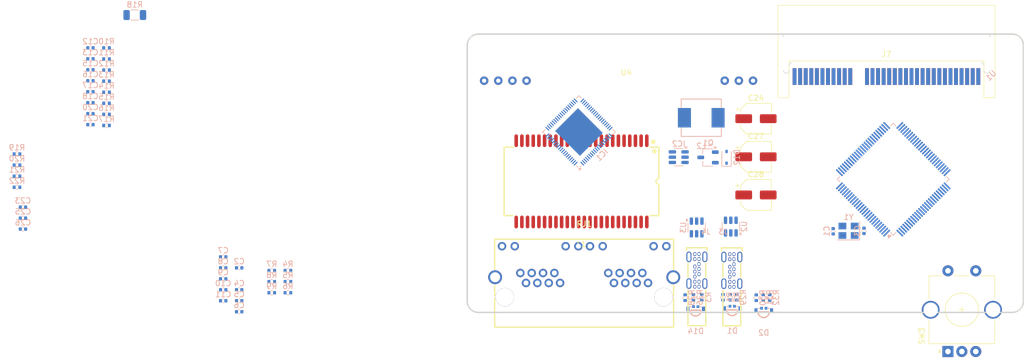
<source format=kicad_pcb>
(kicad_pcb (version 20240108) (generator "pcbnew") (generator_version "8.0")
  (layers (0 "F.Cu" signal) (1 "In1.Cu" signal) (2 "In2.Cu" signal) (31 "B.Cu" signal) (34 "B.Paste" user) (35 "F.Paste" user) (36 "B.SilkS" user "B.Silkscreen") (37 "F.SilkS" user "F.Silkscreen") (38 "B.Mask" user) (39 "F.Mask" user) (44 "Edge.Cuts" user))
  (net 0 "")
  (net 1 "GND")
  (net 2 "Net-(U1-OSC_IN)")
  (net 3 "nRst")
  (net 4 "Net-(U1-OSC_OUT)")
  (net 5 "+3.3V")
  (net 6 "VBUS")
  (net 7 "Net-(C12-Pad1)")
  (net 8 "Net-(C12-Pad2)")
  (net 9 "Net-(C13-Pad1)")
  (net 10 "Net-(C13-Pad2)")
  (net 11 "Net-(C15-Pad1)")
  (net 12 "Net-(C15-Pad2)")
  (net 13 "Net-(C16-Pad2)")
  (net 14 "Net-(C16-Pad1)")
  (net 15 "Net-(C17-Pad2)")
  (net 16 "Net-(C17-Pad1)")
  (net 17 "Net-(C18-Pad1)")
  (net 18 "Net-(C18-Pad2)")
  (net 19 "Net-(C20-Pad2)")
  (net 20 "Net-(C20-Pad1)")
  (net 21 "Net-(C21-Pad1)")
  (net 22 "Net-(C21-Pad2)")
  (net 23 "Net-(D12-K)")
  (net 24 "Net-(IC2-CB)")
  (net 25 "Net-(IC2-SW)")
  (net 26 "Net-(D12-A)")
  (net 37 "ETH_SDA")
  (net 49 "ETH_SCK")
  (net 104 "Net-(IC2-FB)")
  (net 105 "Net-(D10-A)")
  (net 106 "Net-(J3-CC1)")
  (net 107 "Net-(J3-CC2)")
  (net 108 "Net-(J3-D+-PadA6)")
  (net 109 "Net-(J3-D--PadA7)")
  (net 110 "Net-(D11-A)")
  (net 111 "Net-(J4-D--PadA7)")
  (net 112 "Net-(J4-CC2)")
  (net 113 "Net-(J4-D+-PadA6)")
  (net 114 "Net-(J4-CC1)")
  (net 115 "VCC")
  (net 116 "Net-(L1-Pad25)")
  (net 119 "Net-(L1-Pad32)")
  (net 124 "Net-(L1-Pad43)")
  (net 126 "Net-(L1-Pad46)")
  (net 128 "Net-(L1-Pad35)")
  (net 129 "Net-(L1-Pad38)")
  (net 130 "Net-(L1-Pad44)")
  (net 131 "Net-(L1-Pad34)")
  (net 138 "Net-(L1-Pad29)")
  (net 139 "Net-(L1-Pad28)")
  (net 141 "Net-(L1-Pad41)")
  (net 144 "Net-(L1-Pad37)")
  (net 146 "Net-(L1-Pad40)")
  (net 149 "Net-(L1-Pad31)")
  (net 150 "Net-(L1-Pad26)")
  (net 155 "Net-(L1-Pad47)")
  (net 156 "Net-(D1-BK)")
  (net 157 "Net-(D1-GK)")
  (net 158 "Net-(D1-RK)")
  (net 159 "Net-(U1-BOOT0)")
  (net 160 "Net-(C14-Pad1)")
  (net 161 "Net-(C19-Pad1)")
  (net 162 "Earth")
  (net 163 "Net-(D13-A)")
  (net 164 "Eth1_LedL")
  (net 165 "Net-(R25-Pad2)")
  (net 166 "Net-(R24-Pad2)")
  (net 167 "Net-(R27-Pad2)")
  (net 168 "Eth0_LedR")
  (net 169 "Eth0_LedL")
  (net 170 "Net-(R23-Pad2)")
  (net 171 "Eth1_LedR")
  (net 172 "BOOT1")
  (net 174 "RGMII_RXD3")
  (net 180 "RGMII_TXD1")
  (net 181 "RGMII_RXD0")
  (net 184 "RGMII_RXC")
  (net 188 "RGMII_RXD2")
  (net 191 "RGMII_TXD3")
  (net 193 "USB1DN")
  (net 199 "USB2DN")
  (net 214 "RGMII_TXD2")
  (net 223 "RGMII_TXD0")
  (net 225 "RGMII_RXCTL")
  (net 228 "RGMII_GTXC")
  (net 231 "USB1DP")
  (net 232 "RGMII_RXD1")
  (net 235 "DWCLK")
  (net 238 "RGMII_TXEN")
  (net 239 "USB2DP")
  (net 247 "SWDIO")
  (net 251 "RGMII_125IN")
  (net 262 "+12V")
  (net 263 "Net-(D2-GK)")
  (net 264 "Net-(D2-RK)")
  (net 265 "Net-(D2-BK)")
  (net 266 "Net-(D14-GK)")
  (net 267 "Net-(D14-RK)")
  (net 268 "Net-(D14-BK)")
  (net 269 "StateLED1")
  (net 270 "StateLED2")
  (net 271 "StateLED0")
  (footprint "LCSC:RJ45-TH_KH-56-8P8C-1X2-D" (layer "F.Cu") (at 128.3072 78.8722)
    (property "Reference" "RJ1" (at 0 -7.3 0) (layer "F.SilkS"))
    (property "Value" "KH-56-8P8C-1X2-D")
    (pad "" thru_hole circle (at -14.25 5.84) (size 3.3 3.3) (drill 3.3) (layers "*.Cu" "*.Mask"))
    (pad "" thru_hole circle (at 14.25 5.84) (size 3.3 3.3) (drill 3.3) (layers "*.Cu" "*.Mask"))
    (pad "1" thru_hole circle (at -4.33 3.3) (size 1.52 1.52) (drill 0.890016) (layers "*.Cu" "*.Paste" "*.Mask") (net 155 "Net-(L1-Pad47)"))
    (pad "2" thru_hole circle (at -5.35 1.51) (size 1.52 1.52) (drill 0.890016) (layers "*.Cu" "*.Paste" "*.Mask") (net 126 "Net-(L1-Pad46)"))
    (pad "3" thru_hole circle (at -6.37 3.3) (size 1.52 1.52) (drill 0.890016) (layers "*.Cu" "*.Paste" "*.Mask") (net 130 "Net-(L1-Pad44)"))
    (pad "4" thru_hole circle (at -7.39 1.51) (size 1.52 1.52) (drill 0.890016) (layers "*.Cu" "*.Paste" "*.Mask") (net 141 "Net-(L1-Pad41)"))
    (pad "5" thru_hole circle (at -8.41 3.3) (size 1.52 1.52) (drill 0.890016) (layers "*.Cu" "*.Paste" "*.Mask") (net 146 "Net-(L1-Pad40)"))
    (pad "6" thru_hole circle (at -9.43 1.51) (size 1.52 1.52) (drill 0.890016) (layers "*.Cu" "*.Paste" "*.Mask") (net 124 "Net-(L1-Pad43)"))
    (pad "7" thru_hole circle (at -10.45 3.3) (size 1.52 1.52) (drill 0.890016) (layers "*.Cu" "*.Paste" "*.Mask") (net 129 "Net-(L1-Pad38)"))
    (pad "8" thru_hole circle (at -11.47 1.51) (size 1.52 1.52) (drill 0.890016) (layers "*.Cu" "*.Paste" "*.Mask") (net 144 "Net-(L1-Pad37)"))
    (pad "9" thru_hole circle (at -1.04 -3.3) (size 1.52 1.52) (drill 0.890016) (layers "*.Cu" "*.Paste" "*.Mask") (net 164 "Eth1_LedL"))
    (pad "10" thru_hole circle (at -3.33 -3.3) (size 1.52 1.52) (drill 0.890016) (layers "*.Cu" "*.Paste" "*.Mask") (net 167 "Net-(R27-Pad2)"))
    (pad "11" thru_hole circle (at -12.47 -3.3) (size 1.52 1.52) (drill 0.890016) (layers "*.Cu" "*.Paste" "*.Mask") (net 171 "Eth1_LedR"))
    (pad "12" thru_hole circle (at -14.76 -3.3) (size 1.52 1.52) (drill 0.890016) (layers "*.Cu" "*.Paste" "*.Mask") (net 165 "Net-(R25-Pad2)"))
    (pad "13" thru_hole circle (at 11.47 3.3) (size 1.52 1.52) (drill 0.890016) (layers "*.Cu" "*.Paste" "*.Mask") (net 128 "Net-(L1-Pad35)"))
    (pad "14" thru_hole circle (at 10.45 1.51) (size 1.52 1.52) (drill 0.890016) (layers "*.Cu" "*.Paste" "*.Mask") (net 131 "Net-(L1-Pad34)"))
    (pad "15" thru_hole circle (at 9.43 3.3) (size 1.52 1.52) (drill 0.890016) (layers "*.Cu" "*.Paste" "*.Mask") (net 119 "Net-(L1-Pad32)"))
    (pad "16" thru_hole circle (at 8.41 1.51) (size 1.52 1.52) (drill 0.890016) (layers "*.Cu" "*.Paste" "*.Mask") (net 138 "Net-(L1-Pad29)"))
    (pad "17" thru_hole circle (at 7.39 3.3) (size 1.52 1.52) (drill 0.890016) (layers "*.Cu" "*.Paste" "*.Mask") (net 139 "Net-(L1-Pad28)"))
    (pad "18" thru_hole circle (at 6.37 1.51) (size 1.52 1.52) (drill 0.890016) (layers "*.Cu" "*.Paste" "*.Mask") (net 149 "Net-(L1-Pad31)"))
    (pad "19" thru_hole circle (at 5.35 3.3) (size 1.52 1.52) (drill 0.890016) (layers "*.Cu" "*.Paste" "*.Mask") (net 150 "Net-(L1-Pad26)"))
    (pad "20" thru_hole circle (at 4.33 1.51) (size 1.52 1.52) (drill 0.890016) (layers "*.Cu" "*.Paste" "*.Mask") (net 116 "Net-(L1-Pad25)"))
    (pad "21" thru_hole circle (at 14.76 -3.3) (size 1.52 1.52) (drill 0.890016) (layers "*.Cu" "*.Paste" "*.Mask") (net 169 "Eth0_LedL"))
    (pad "22" thru_hole circle (at 12.47 -3.3) (size 1.52 1.52) (drill 0.890016) (layers "*.Cu" "*.Paste" "*.Mask") (net 166 "Net-(R24-Pad2)"))
    (pad "23" thru_hole circle (at 3.33 -3.3) (size 1.52 1.52) (drill 0.890016) (layers "*.Cu" "*.Paste" "*.Mask") (net 168 "Eth0_LedR"))
    (pad "24" thru_hole circle (at 1.04 -3.3) (size 1.52 1.52) (drill 0.890016) (layers "*.Cu" "*.Paste" "*.Mask") (net 170 "Net-(R23-Pad2)"))
    (pad "25" thru_hole circle (at -16 2.27) (size 2.5 2.5) (drill 1.799996) (layers "*.Cu" "*.Paste" "*.Mask") (net 162 "Earth"))
    (pad "26" thru_hole circle (at 16 2.27) (size 2.5 2.5) (drill 1.799996) (layers "*.Cu" "*.Paste" "*.Mask") (net 162 "Earth"))
  )
  (footprint "LCSC:TYPE-C-TH_TYPE-C-14P-CC-2.6" (layer "F.Cu") (at 154.8248 79.9376)
    (property "Reference" "J4" (at -4.6701 -6.93 -0) (layer "B.SilkS") (effects (justify mirror)))
    (property "Value" "USB_C_Receptacle_USB2.0")
    (pad "A1" thru_hole oval (at -0.37 2.93 180) (size 0.55 0.7) (drill oval 0.350012 0.420014) (layers "*.Cu" "*.Paste" "*.Mask") (net 1 "GND"))
    (pad "A4" thru_hole oval (at -0.37 2.03 180) (size 0.55 0.7) (drill oval 0.350012 0.420014) (layers "*.Cu" "*.Paste" "*.Mask") (net 110 "Net-(D11-A)"))
    (pad "A5" thru_hole oval (at -0.37 1.12 180) (size 0.55 0.7) (drill oval 0.350012 0.420014) (layers "*.Cu" "*.Paste" "*.Mask") (net 114 "Net-(J4-CC1)"))
    (pad "A6" thru_hole oval (at -0.37 0.22 180) (size 0.55 0.7) (drill oval 0.350012 0.420014) (layers "*.Cu" "*.Paste" "*.Mask") (net 113 "Net-(J4-D+-PadA6)"))
    (pad "A7" thru_hole oval (at -0.37 -0.68 180) (size 0.55 0.7) (drill oval 0.350012 0.419989) (layers "*.Cu" "*.Paste" "*.Mask") (net 111 "Net-(J4-D--PadA7)"))
    (pad "A9" thru_hole oval (at -0.37 -2.03 180) (size 0.55 0.7) (drill oval 0.350012 0.420014) (layers "*.Cu" "*.Paste" "*.Mask") (net 110 "Net-(D11-A)"))
    (pad "A12" thru_hole oval (at -0.37 -2.93 180) (size 0.55 0.7) (drill oval 0.350012 0.420014) (layers "*.Cu" "*.Paste" "*.Mask") (net 1 "GND"))
    (pad "B1" thru_hole oval (at 0.38 -2.93 180) (size 0.55 0.7) (drill oval 0.350012 0.420014) (layers "*.Cu" "*.Paste" "*.Mask") (net 1 "GND"))
    (pad "B4" thru_hole oval (at 0.38 -2.03 180) (size 0.55 0.7) (drill oval 0.350012 0.420014) (layers "*.Cu" "*.Paste" "*.Mask") (net 110 "Net-(D11-A)"))
    (pad "B5" thru_hole oval (at 0.38 -1.13 180) (size 0.55 0.7) (drill oval 0.350012 0.420014) (layers "*.Cu" "*.Paste" "*.Mask") (net 112 "Net-(J4-CC2)"))
    (pad "B6" thru_hole oval (at 0.38 -0.23 180) (size 0.55 0.7) (drill oval 0.350012 0.420014) (layers "*.Cu" "*.Paste" "*.Mask") (net 113 "Net-(J4-D+-PadA6)"))
    (pad "B7" thru_hole oval (at 0.38 0.68 180) (size 0.55 0.7) (drill oval 0.350012 0.419989) (layers "*.Cu" "*.Paste" "*.Mask") (net 111 "Net-(J4-D--PadA7)"))
    (pad "B9" thru_hole oval (at 0.38 2.03 180) (size 0.55 0.7) (drill oval 0.350012 0.420014) (layers "*.Cu" "*.Paste" "*.Mask") (net 110 "Net-(D11-A)"))
    (pad "B12" thru_hole oval (at 0.38 2.93 180) (size 0.55 0.7) (drill oval 0.350012 0.420014) (layers "*.Cu" "*.Paste" "*.Mask") (net 1 "GND"))
    (pad "SH1" thru_hole oval (at 1.43 -2.43 270) (size 1.9 0.9) (drill oval 1.499997 0.500024) (layers "*.Cu" "*.Paste" "*.Mask"))
    (pad "SH1" thru_hole oval (at 1.43 2.37 270) (size 1.9 0.9) (drill oval 1.499997 0.500024) (layers "*.Cu" "*.Paste" "*.Mask"))
    (pad "SH2" thru_hole oval (at -1.43 -2.43 270) (size 1.9 0.9) (drill oval 1.499972 0.500024) (layers "*.Cu" "*.Paste" "*.Mask"))
    (pad "SH2" thru_hole oval (at -1.43 2.37 270) (size 1.9 0.9) (drill oval 1.499997 0.500024) (layers "*.Cu" "*.Paste" "*.Mask"))
  )
  (footprint "LCSC:SMD-48_L27.8-W12.3-P1.02-LS15.3-BL" (layer "F.Cu") (at 127.8246 63.9192 180)
    (property "Reference" "L1" (at 0 -11.3 180) (layer "F.SilkS"))
    (property "Value" "G48C01S")
    (pad "1" smd oval (at -11.73 7.3 270) (size 2.3 0.64) (layers "F.Cu" "F.Paste" "F.Mask"))
    (pad "2" smd oval (at -10.71 7.3 270) (size 2.3 0.64) (layers "F.Cu" "F.Paste" "F.Mask"))
    (pad "3" smd oval (at -9.69 7.3 270) (size 2.3 0.64) (layers "F.Cu" "F.Paste" "F.Mask"))
    (pad "4" smd oval (at -8.67 7.3 270) (size 2.3 0.64) (layers "F.Cu" "F.Paste" "F.Mask"))
    (pad "5" smd oval (at -7.65 7.3 270) (size 2.3 0.64) (layers "F.Cu" "F.Paste" "F.Mask"))
    (pad "6" smd oval (at -6.63 7.3 270) (size 2.3 0.64) (layers "F.Cu" "F.Paste" "F.Mask"))
    (pad "7" smd oval (at -5.61 7.3 270) (size 2.3 0.64) (layers "F.Cu" "F.Paste" "F.Mask"))
    (pad "8" smd oval (at -4.59 7.3 270) (size 2.3 0.64) (layers "F.Cu" "F.Paste" "F.Mask"))
    (pad "9" smd oval (at -3.57 7.3 270) (size 2.3 0.64) (layers "F.Cu" "F.Paste" "F.Mask"))
    (pad "10" smd oval (at -2.55 7.3 270) (size 2.3 0.64) (layers "F.Cu" "F.Paste" "F.Mask"))
    (pad "11" smd oval (at -1.53 7.3 270) (size 2.3 0.64) (layers "F.Cu" "F.Paste" "F.Mask"))
    (pad "12" smd oval (at -0.51 7.3 270) (size 2.3 0.64) (layers "F.Cu" "F.Paste" "F.Mask"))
    (pad "13" smd oval (at 0.51 7.3 270) (size 2.3 0.64) (layers "F.Cu" "F.Paste" "F.Mask"))
    (pad "14" smd oval (at 1.53 7.3 270) (size 2.3 0.64) (layers "F.Cu" "F.Paste" "F.Mask"))
    (pad "15" smd oval (at 2.55 7.3 270) (size 2.3 0.64) (layers "F.Cu" "F.Paste" "F.Mask"))
    (pad "16" smd oval (at 3.57 7.3 270) (size 2.3 0.64) (layers "F.Cu" "F.Paste" "F.Mask"))
    (pad "17" smd oval (at 4.59 7.3 270) (size 2.3 0.64) (layers "F.Cu" "F.Paste" "F.Mask"))
    (pad "18" smd oval (at 5.61 7.3 270) (size 2.3 0.64) (layers "F.Cu" "F.Paste" "F.Mask"))
    (pad "19" smd oval (at 6.63 7.3 270) (size 2.3 0.64) (layers "F.Cu" "F.Paste" "F.Mask"))
    (pad "20" smd oval (at 7.65 7.3 270) (size 2.3 0.64) (layers "F.Cu" "F.Paste" "F.Mask"))
    (pad "21" smd oval (at 8.67 7.3 270) (size 2.3 0.64) (layers "F.Cu" "F.Paste" "F.Mask"))
    (pad "22" smd oval (at 9.69 7.3 270) (size 2.3 0.64) (layers "F.Cu" "F.Paste" "F.Mask"))
    (pad "23" smd oval (at 10.71 7.3 270) (size 2.3 0.64) (layers "F.Cu" "F.Paste" "F.Mask"))
    (pad "24" smd oval (at 11.73 7.3 270) (size 2.3 0.64) (layers "F.Cu" "F.Paste" "F.Mask"))
    (pad "25" smd oval (at 11.73 -7.3 270) (size 2.3 0.64) (layers "F.Cu" "F.Paste" "F.Mask") (net 116 "Net-(L1-Pad25)"))
    (pad "26" smd oval (at 10.71 -7.3 270) (size 2.3 0.64) (layers "F.Cu" "F.Paste" "F.Mask") (net 150 "Net-(L1-Pad26)"))
    (pad "27" smd oval (at 9.69 -7.3 270) (size 2.3 0.64) (layers "F.Cu" "F.Paste" "F.Mask") (net 7 "Net-(C12-Pad1)"))
    (pad "28" smd oval (at 8.67 -7.3 270) (size 2.3 0.64) (layers "F.Cu" "F.Paste" "F.Mask") (net 139 "Net-(L1-Pad28)"))
    (pad "29" smd oval (at 7.65 -7.3 270) (size 2.3 0.64) (layers "F.Cu" "F.Paste" "F.Mask") (net 138 "Net-(L1-Pad29)"))
    (pad "30" smd oval (at 6.63 -7.3 270) (size 2.3 0.64) (layers "F.Cu" "F.Paste" "F.Mask") (net 9 "Net-(C13-Pad1)"))
    (pad "31" smd oval (at 5.61 -7.3 270) (size 2.3 0.64) (layers "F.Cu" "F.Paste" "F.Mask") (net 149 "Net-(L1-Pad31)"))
    (pad "32" smd oval (at 4.59 -7.3 270) (size 2.3 0.64) (layers "F.Cu" "F.Paste" "F.Mask") (net 119 "Net-(L1-Pad32)"))
    (pad "33" smd oval (at 3.57 -7.3 270) (size 2.3 0.64) (layers "F.Cu" "F.Paste" "F.Mask") (net 11 "Net-(C15-Pad1)"))
    (pad "34" smd oval (at 2.55 -7.3 270) (size 2.3 0.64) (layers "F.Cu" "F.Paste" "F.Mask") (net 131 "Net-(L1-Pad34)"))
    (pad "35" smd oval (at 1.53 -7.3 270) (size 2.3 0.64) (layers "F.Cu" "F.Paste" "F.Mask") (net 128 "Net-(L1-Pad35)"))
    (pad "36" smd oval (at 0.51 -7.3 270) (size 2.3 0.64) (layers "F.Cu" "F.Paste" "F.Mask") (net 14 "Net-(C16-Pad1)"))
    (pad "37" smd oval (at -0.51 -7.3 270) (size 2.3 0.64) (layers "F.Cu" "F.Paste" "F.Mask") (net 144 "Net-(L1-Pad37)"))
    (pad "38" smd oval (at -1.53 -7.3 270) (size 2.3 0.64) (layers "F.Cu" "F.Paste" "F.Mask") (net 129 "Net-(L1-Pad38)"))
    (pad "39" smd oval (at -2.55 -7.3 270) (size 2.3 0.64) (layers "F.Cu" "F.Paste" "F.Mask") (net 16 "Net-(C17-Pad1)"))
    (pad "40" smd oval (at -3.57 -7.3 270) (size 2.3 0.64) (layers "F.Cu" "F.Paste" "F.Mask") (net 146 "Net-(L1-Pad40)"))
    (pad "41" smd oval (at -4.59 -7.3 270) (size 2.3 0.64) (layers "F.Cu" "F.Paste" "F.Mask") (net 141 "Net-(L1-Pad41)"))
    (pad "42" smd oval (at -5.61 -7.3 270) (size 2.3 0.64) (layers "F.Cu" "F.Paste" "F.Mask") (net 17 "Net-(C18-Pad1)"))
    (pad "43" smd oval (at -6.63 -7.3 270) (size 2.3 0.64) (layers "F.Cu" "F.Paste" "F.Mask") (net 124 "Net-(L1-Pad43)"))
    (pad "44" smd oval (at -7.65 -7.3 270) (size 2.3 0.64) (layers "F.Cu" "F.Paste" "F.Mask") (net 130 "Net-(L1-Pad44)"))
    (pad "45" smd oval (at -8.67 -7.3 270) (size 2.3 0.64) (layers "F.Cu" "F.Paste" "F.Mask") (net 20 "Net-(C20-Pad1)"))
    (pad "46" smd oval (at -9.69 -7.3 270) (size 2.3 0.64) (layers "F.Cu" "F.Paste" "F.Mask") (net 126 "Net-(L1-Pad46)"))
    (pad "47" smd oval (at -10.71 -7.3 270) (size 2.3 0.64) (layers "F.Cu" "F.Paste" "F.Mask") (net 155 "Net-(L1-Pad47)"))
    (pad "48" smd oval (at -11.73 -7.3 270) (size 2.3 0.64) (layers "F.Cu" "F.Paste" "F.Mask") (net 21 "Net-(C21-Pad1)"))
  )
  (footprint "Rotary_Encoder:RotaryEncoder_Alps_EC11E-Switch_Vertical_H20mm_CircularMountingHoles" (layer "F.Cu") (at 193.6506 94.4864 90)
    (property "Reference" "SW3" (at 2.8 -4.7 -90) (layer "F.SilkS"))
    (property "Value" "RotaryEncoder_Switch")
    (pad "A" thru_hole rect (at 0 0 90) (size 2 2) (drill 1) (layers "*.Cu" "*.Mask"))
    (pad "B" thru_hole circle (at 0 5 90) (size 2 2) (drill 1) (layers "*.Cu" "*.Mask"))
    (pad "C" thru_hole circle (at 0 2.5 90) (size 2 2) (drill 1) (layers "*.Cu" "*.Mask"))
    (pad "MP" thru_hole circle (at 7.5 -3.1 90) (size 3.2 3.2) (drill 2.6) (layers "*.Cu" "*.Mask"))
    (pad "MP" thru_hole circle (at 7.5 8.1 90) (size 3.2 3.2) (drill 2.6) (layers "*.Cu" "*.Mask"))
    (pad "S1" thru_hole circle (at 14.5 5 90) (size 2 2) (drill 1) (layers "*.Cu" "*.Mask"))
    (pad "S2" thru_hole circle (at 14.5 0 90) (size 2 2) (drill 1) (layers "*.Cu" "*.Mask"))
  )
  (footprint "LCSC:CONN-SMD_64P_3157-10101D" (layer "F.Cu") (at 182.6044 45.097)
    (property "Reference" "J7" (at 0 -4 360) (layer "F.SilkS"))
    (property "Value" "Conn_02x32_Counter_Clockwise")
    (fp_arc (start -19 -7.6) (mid -18.646447 -7.453553) (end -18.5 -7.1) (stroke (width 0.1)) (layer "Edge.Cuts"))
    (fp_arc (start -18 -0.6) (mid -18.353553 -0.746447) (end -18.5 -1.1) (stroke (width 0.1)) (layer "Edge.Cuts"))
    (fp_arc (start -17.5 -2) (mid -17.353553 -2.353553) (end -17 -2.5) (stroke (width 0.1)) (layer "Edge.Cuts"))
    (fp_arc (start -17.5 -1.1) (mid -17.646447 -0.746447) (end -18 -0.6) (stroke (width 0.1)) (layer "Edge.Cuts"))
    (fp_arc (start 17 -2.5) (mid 17.353553 -2.353553) (end 17.5 -2) (stroke (width 0.1)) (layer "Edge.Cuts"))
    (fp_arc (start 18 -0.6) (mid 17.646447 -0.746447) (end 17.5 -1.1) (stroke (width 0.1)) (layer "Edge.Cuts"))
    (fp_arc (start 18.5 -7.1) (mid 18.646447 -7.453553) (end 19 -7.6) (stroke (width 0.1)) (layer "Edge.Cuts"))
    (fp_arc (start 18.5 -1.1) (mid 18.353553 -0.746447) (end 18 -0.6) (stroke (width 0.1)) (layer "Edge.Cuts"))
    (pad "A1" smd rect (at -16.5 0) (size 0.7 3) (layers "F.Cu" "F.Paste" "F.Mask"))
    (pad "A2" smd rect (at -15.5 0) (size 0.7 3) (layers "F.Cu" "F.Paste" "F.Mask"))
    (pad "A3" smd rect (at -14.5 0) (size 0.7 3) (layers "F.Cu" "F.Paste" "F.Mask"))
    (pad "A4" smd rect (at -13.5 0) (size 0.7 3) (layers "F.Cu" "F.Paste" "F.Mask"))
    (pad "A5" smd rect (at -12.5 0) (size 0.7 3) (layers "F.Cu" "F.Paste" "F.Mask"))
    (pad "A6" smd rect (at -11.5 0) (size 0.7 3) (layers "F.Cu" "F.Paste" "F.Mask"))
    (pad "A7" smd rect (at -10.5 0) (size 0.7 3) (layers "F.Cu" "F.Paste" "F.Mask"))
    (pad "A8" smd rect (at -9.5 0) (size 0.7 3) (layers "F.Cu" "F.Paste" "F.Mask"))
    (pad "A9" smd rect (at -8.5 0) (size 0.7 3) (layers "F.Cu" "F.Paste" "F.Mask"))
    (pad "A10" smd rect (at -7.5 0) (size 0.7 3) (layers "F.Cu" "F.Paste" "F.Mask"))
    (pad "A11" smd rect (at -6.5 0) (size 0.7 3) (layers "F.Cu" "F.Paste" "F.Mask"))
    (pad "A12" smd rect (at -3.5 0) (size 0.7 3) (layers "F.Cu" "F.Paste" "F.Mask"))
    (pad "A13" smd rect (at -2.5 0) (size 0.7 3) (layers "F.Cu" "F.Paste" "F.Mask"))
    (pad "A14" smd rect (at -1.5 0) (size 0.7 3) (layers "F.Cu" "F.Paste" "F.Mask"))
    (pad "A15" smd rect (at -0.5 0) (size 0.7 3) (layers "F.Cu" "F.Paste" "F.Mask"))
    (pad "A16" smd rect (at 0.5 0) (size 0.7 3) (layers "F.Cu" "F.Paste" "F.Mask"))
    (pad "A17" smd rect (at 1.5 0) (size 0.7 3) (layers "F.Cu" "F.Paste" "F.Mask"))
    (pad "A18" smd rect (at 2.5 0) (size 0.7 3) (layers "F.Cu" "F.Paste" "F.Mask"))
    (pad "A19" smd rect (at 3.5 0) (size 0.7 3) (layers "F.Cu" "F.Paste" "F.Mask"))
    (pad "A20" smd rect (at 4.5 0) (size 0.7 3) (layers "F.Cu" "F.Paste" "F.Mask"))
    (pad "A21" smd rect (at 5.5 0) (size 0.7 3) (layers "F.Cu" "F.Paste" "F.Mask"))
    (pad "A22" smd rect (at 6.5 0) (size 0.7 3) (layers "F.Cu" "F.Paste" "F.Mask"))
    (pad "A23" smd rect (at 7.5 0) (size 0.7 3) (layers "F.Cu" "F.Paste" "F.Mask"))
    (pad "A24" smd rect (at 8.5 0) (size 0.7 3) (layers "F.Cu" "F.Paste" "F.Mask"))
    (pad "A25" smd rect (at 9.5 0) (size 0.7 3) (layers "F.Cu" "F.Paste" "F.Mask"))
    (pad "A26" smd rect (at 10.5 0) (size 0.7 3) (layers "F.Cu" "F.Paste" "F.Mask"))
    (pad "A27" smd rect (at 11.5 0) (size 0.7 3) (layers "F.Cu" "F.Paste" "F.Mask"))
    (pad "A28" smd rect (at 12.5 0) (size 0.7 3) (layers "F.Cu" "F.Paste" "F.Mask"))
    (pad "A29" smd rect (at 13.5 0) (size 0.7 3) (layers "F.Cu" "F.Paste" "F.Mask"))
    (pad "A30" smd rect (at 14.5 0) (size 0.7 3) (layers "F.Cu" "F.Paste" "F.Mask"))
    (pad "A31" smd rect (at 15.5 0) (size 0.7 3) (layers "F.Cu" "F.Paste" "F.Mask"))
    (pad "A32" smd rect (at 16.5 0) (size 0.7 3) (layers "F.Cu" "F.Paste" "F.Mask"))
    (pad "B1" smd rect (at -16.5 0) (size 0.7 3) (layers "B.Cu" "B.Paste" "B.Mask"))
    (pad "B2" smd rect (at -15.5 0) (size 0.7 3) (layers "B.Cu" "B.Paste" "B.Mask"))
    (pad "B3" smd rect (at -14.5 0) (size 0.7 3) (layers "B.Cu" "B.Paste" "B.Mask"))
    (pad "B4" smd rect (at -13.5 0) (size 0.7 3) (layers "B.Cu" "B.Paste" "B.Mask"))
    (pad "B5" smd rect (at -12.5 0) (size 0.7 3) (layers "B.Cu" "B.Paste" "B.Mask"))
    (pad "B6" smd rect (at -11.5 0) (size 0.7 3) (layers "B.Cu" "B.Paste" "B.Mask"))
    (pad "B7" smd rect (at -10.5 0) (size 0.7 3) (layers "B.Cu" "B.Paste" "B.Mask"))
    (pad "B8" smd rect (at -9.5 0) (size 0.7 3) (layers "B.Cu" "B.Paste" "B.Mask"))
    (pad "B9" smd rect (at -8.5 0) (size 0.7 3) (layers "B.Cu" "B.Paste" "B.Mask"))
    (pad "B10" smd rect (at -7.5 0) (size 0.7 3) (layers "B.Cu" "B.Paste" "B.Mask"))
    (pad "B11" smd rect (at -6.5 0) (size 0.7 3) (layers "B.Cu" "B.Paste" "B.Mask"))
    (pad "B12" smd rect (at -3.5 0) (size 0.7 3) (layers "B.Cu" "B.Paste" "B.Mask"))
    (pad "B13" smd rect (at -2.5 0) (size 0.7 3) (layers "B.Cu" "B.Paste" "B.Mask"))
    (pad "B14" smd rect (at -1.5 0) (size 0.7 3) (layers "B.Cu" "B.Paste" "B.Mask"))
    (pad "B15" smd rect (at -0.5 0) (size 0.7 3) (layers "B.Cu" "B.Paste" "B.Mask"))
    (pad "B16" smd rect (at 0.5 0) (size 0.7 3) (layers "B.Cu" "B.Paste" "B.Mask"))
    (pad "B17" smd rect (at 1.5 0) (size 0.7 3) (layers "B.Cu" "B.Paste" "B.Mask"))
    (pad "B18" smd rect (at 2.5 0) (size 0.7 3) (layers "B.Cu" "B.Paste" "B.Mask"))
    (pad "B19" smd rect (at 3.5 0) (size 0.7 3) (layers "B.Cu" "B.Paste" "B.Mask"))
    (pad "B20" smd rect (at 4.5 0) (size 0.7 3) (layers "B.Cu" "B.Paste" "B.Mask"))
    (pad "B21" smd rect (at 5.5 0) (size 0.7 3) (layers "B.Cu" "B.Paste" "B.Mask"))
    (pad "B22" smd rect (at 6.5 0) (size 0.7 3) (layers "B.Cu" "B.Paste" "B.Mask"))
    (pad "B23" smd rect (at 7.5 0) (size 0.7 3) (layers "B.Cu" "B.Paste" "B.Mask"))
    (pad "B24" smd rect (at 8.5 0) (size 0.7 3) (layers "B.Cu" "B.Paste" "B.Mask"))
    (pad "B25" smd rect (at 9.5 0) (size 0.7 3) (layers "B.Cu" "B.Paste" "B.Mask"))
    (pad "B26" smd rect (at 10.5 0) (size 0.7 3) (layers "B.Cu" "B.Paste" "B.Mask"))
    (pad "B27" smd rect (at 11.5 0) (size 0.7 3) (layers "B.Cu" "B.Paste" "B.Mask"))
    (pad "B28" smd rect (at 12.5 0) (size 0.7 3) (layers "B.Cu" "B.Paste" "B.Mask"))
    (pad "B29" smd rect (at 13.5 0) (size 0.7 3) (layers "B.Cu" "B.Paste" "B.Mask"))
    (pad "B30" smd rect (at 14.5 0) (size 0.7 3) (layers "B.Cu" "B.Paste" "B.Mask"))
    (pad "B31" smd rect (at 15.5 0) (size 0.7 3) (layers "B.Cu" "B.Paste" "B.Mask"))
    (pad "B32" smd rect (at 16.5 0) (size 0.7 3) (layers "B.Cu" "B.Paste" "B.Mask"))
  )
  (footprint "Techbeard:RT9400" (layer "F.Cu") (at 110.3348 45.8344)
    (property "Reference" "U4" (at 25.527 -1.476 0) (layer "F.SilkS"))
    (property "Value" "RT9400")
    (pad "1" thru_hole circle (at 0 0) (size 1.524 1.524) (drill 0.762) (layers "*.Cu" "*.Mask") (net 7 "Net-(C12-Pad1)"))
    (pad "2" thru_hole circle (at 2.54 0) (size 1.524 1.524) (drill 0.762) (layers "*.Cu" "*.Mask") (net 9 "Net-(C13-Pad1)"))
    (pad "3" thru_hole circle (at 5.08 0) (size 1.524 1.524) (drill 0.762) (layers "*.Cu" "*.Mask") (net 11 "Net-(C15-Pad1)"))
    (pad "4" thru_hole circle (at 7.62 0) (size 1.524 1.524) (drill 0.762) (layers "*.Cu" "*.Mask") (net 14 "Net-(C16-Pad1)"))
    (pad "5" thru_hole circle (at 43.22 0) (size 1.524 1.524) (drill 0.762) (layers "*.Cu" "*.Mask") (net 1 "GND"))
    (pad "6" thru_hole circle (at 45.76 0) (size 1.524 1.524) (drill 0.762) (layers "*.Cu" "*.Mask") (net 262 "+12V"))
    (pad "7" thru_hole circle (at 48.3 0) (size 1.524 1.524) (drill 0.762) (layers "*.Cu" "*.Mask"))
  )
  (footprint "LCSC:TYPE-C-TH_TYPE-C-14P-CC-2.6" (layer "F.Cu") (at 148.552 79.9122)
    (property "Reference" "J3" (at 4.7787 -6.93 -0) (layer "B.SilkS") (effects (justify mirror)))
    (property "Value" "USB_C_Receptacle_USB2.0")
    (pad "A1" thru_hole oval (at -0.37 2.93 180) (size 0.55 0.7) (drill oval 0.350012 0.420014) (layers "*.Cu" "*.Paste" "*.Mask") (net 1 "GND"))
    (pad "A4" thru_hole oval (at -0.37 2.03 180) (size 0.55 0.7) (drill oval 0.350012 0.420014) (layers "*.Cu" "*.Paste" "*.Mask") (net 105 "Net-(D10-A)"))
    (pad "A5" thru_hole oval (at -0.37 1.12 180) (size 0.55 0.7) (drill oval 0.350012 0.420014) (layers "*.Cu" "*.Paste" "*.Mask") (net 106 "Net-(J3-CC1)"))
    (pad "A6" thru_hole oval (at -0.37 0.22 180) (size 0.55 0.7) (drill oval 0.350012 0.420014) (layers "*.Cu" "*.Paste" "*.Mask") (net 108 "Net-(J3-D+-PadA6)"))
    (pad "A7" thru_hole oval (at -0.37 -0.68 180) (size 0.55 0.7) (drill oval 0.350012 0.419989) (layers "*.Cu" "*.Paste" "*.Mask") (net 109 "Net-(J3-D--PadA7)"))
    (pad "A9" thru_hole oval (at -0.37 -2.03 180) (size 0.55 0.7) (drill oval 0.350012 0.420014) (layers "*.Cu" "*.Paste" "*.Mask") (net 105 "Net-(D10-A)"))
    (pad "A12" thru_hole oval (at -0.37 -2.93 180) (size 0.55 0.7) (drill oval 0.350012 0.420014) (layers "*.Cu" "*.Paste" "*.Mask") (net 1 "GND"))
    (pad "B1" thru_hole oval (at 0.38 -2.93 180) (size 0.55 0.7) (drill oval 0.350012 0.420014) (layers "*.Cu" "*.Paste" "*.Mask") (net 1 "GND"))
    (pad "B4" thru_hole oval (at 0.38 -2.03 180) (size 0.55 0.7) (drill oval 0.350012 0.420014) (layers "*.Cu" "*.Paste" "*.Mask") (net 105 "Net-(D10-A)"))
    (pad "B5" thru_hole oval (at 0.38 -1.13 180) (size 0.55 0.7) (drill oval 0.350012 0.420014) (layers "*.Cu" "*.Paste" "*.Mask") (net 107 "Net-(J3-CC2)"))
    (pad "B6" thru_hole oval (at 0.38 -0.23 180) (size 0.55 0.7) (drill oval 0.350012 0.420014) (layers "*.Cu" "*.Paste" "*.Mask") (net 108 "Net-(J3-D+-PadA6)"))
    (pad "B7" thru_hole oval (at 0.38 0.68 180) (size 0.55 0.7) (drill oval 0.350012 0.419989) (layers "*.Cu" "*.Paste" "*.Mask") (net 109 "Net-(J3-D--PadA7)"))
    (pad "B9" thru_hole oval (at 0.38 2.03 180) (size 0.55 0.7) (drill oval 0.350012 0.420014) (layers "*.Cu" "*.Paste" "*.Mask") (net 105 "Net-(D10-A)"))
    (pad "B12" thru_hole oval (at 0.38 2.93 180) (size 0.55 0.7) (drill oval 0.350012 0.420014) (layers "*.Cu" "*.Paste" "*.Mask") (net 1 "GND"))
    (pad "SH1" thru_hole oval (at 1.43 -2.43 270) (size 1.9 0.9) (drill oval 1.499997 0.500024) (layers "*.Cu" "*.Paste" "*.Mask"))
    (pad "SH1" thru_hole oval (at 1.43 2.37 270) (size 1.9 0.9) (drill oval 1.499997 0.500024) (layers "*.Cu" "*.Paste" "*.Mask"))
    (pad "SH2" thru_hole oval (at -1.43 -2.43 270) (size 1.9 0.9) (drill oval 1.499972 0.500024) (layers "*.Cu" "*.Paste" "*.Mask"))
    (pad "SH2" thru_hole oval (at -1.43 2.37 270) (size 1.9 0.9) (drill oval 1.499997 0.500024) (layers "*.Cu" "*.Paste" "*.Mask"))
  )
  (footprint "Capacitor_SMD:CP_Elec_5x5.4" (layer "F.Cu") (at 159.1653 66.3633)
    (property "Reference" "C28" (at 0 -3.7 0) (layer "F.SilkS"))
    (property "Value" "22u")
    (pad "1" smd roundrect (at -2.2 0) (size 3 1.6) (layers "F.Cu" "F.Paste" "F.Mask") (roundrect_rratio 0.15625) (net 5 "+3.3V"))
    (pad "2" smd roundrect (at 2.2 0) (size 3 1.6) (layers "F.Cu" "F.Paste" "F.Mask") (roundrect_rratio 0.15625) (net 1 "GND"))
  )
  (footprint "Capacitor_SMD:CP_Elec_5x5.4" (layer "F.Cu") (at 159.1653 59.5133)
    (property "Reference" "C27" (at 0 -3.7 0) (layer "F.SilkS"))
    (property "Value" "22u")
    (pad "1" smd roundrect (at -2.2 0) (size 3 1.6) (layers "F.Cu" "F.Paste" "F.Mask") (roundrect_rratio 0.15625) (net 5 "+3.3V"))
    (pad "2" smd roundrect (at 2.2 0) (size 3 1.6) (layers "F.Cu" "F.Paste" "F.Mask") (roundrect_rratio 0.15625) (net 1 "GND"))
  )
  (footprint "Capacitor_SMD:CP_Elec_5x5.4" (layer "F.Cu") (at 159.1653 52.6633)
    (property "Reference" "C24" (at 0 -3.7 0) (layer "F.SilkS"))
    (property "Value" "22u")
    (pad "1" smd roundrect (at -2.2 0) (size 3 1.6) (layers "F.Cu" "F.Paste" "F.Mask") (roundrect_rratio 0.15625) (net 23 "Net-(D12-K)"))
    (pad "2" smd roundrect (at 2.2 0) (size 3 1.6) (layers "F.Cu" "F.Paste" "F.Mask") (roundrect_rratio 0.15625) (net 1 "GND"))
  )
  (footprint "Capacitor_SMD:C_0402_1005Metric" (layer "B.Cu") (at 66.3309 85.3704 180)
    (property "Reference" "C5" (at 0 1.16 180) (layer "B.SilkS") (effects (justify mirror)))
    (property "Value" "100n")
    (pad "1" smd roundrect (at -0.48 0 180) (size 0.56 0.62) (layers "B.Cu" "B.Paste" "B.Mask") (net 5 "+3.3V"))
    (pad "2" smd roundrect (at 0.48 0 180) (size 0.56 0.62) (layers "B.Cu" "B.Paste" "B.Mask") (net 1 "GND"))
  )
  (footprint "Capacitor_SMD:C_0402_1005Metric" (layer "B.Cu") (at 27.4909 68.5504 180)
    (property "Reference" "C23" (at 0 1.16 180) (layer "B.SilkS") (effects (justify mirror)))
    (property "Value" "100n")
    (pad "1" smd roundrect (at -0.48 0 180) (size 0.56 0.62) (layers "B.Cu" "B.Paste" "B.Mask") (net 23 "Net-(D12-K)"))
    (pad "2" smd roundrect (at 0.48 0 180) (size 0.56 0.62) (layers "B.Cu" "B.Paste" "B.Mask") (net 1 "GND"))
  )
  (footprint "Resistor_SMD:R_0402_1005Metric" (layer "B.Cu") (at 155.7138 84.7472 90)
    (property "Reference" "R29" (at 0 1.17 270) (layer "B.SilkS") (effects (justify mirror)))
    (property "Value" "1k")
    (pad "1" smd roundrect (at -0.51 0 90) (size 0.54 0.64) (layers "B.Cu" "B.Paste" "B.Mask") (net 156 "Net-(D1-BK)"))
    (pad "2" smd roundrect (at 0.51 0 90) (size 0.54 0.64) (layers "B.Cu" "B.Paste" "B.Mask") (net 269 "StateLED1"))
  )
  (footprint "Package_TO_SOT_SMD:SOT-23-6" (layer "B.Cu") (at 145.286 59.5762 180)
    (property "Reference" "IC2" (at 0 2.4 180) (layer "B.SilkS") (effects (justify mirror)))
    (property "Value" "RY8310")
    (pad "1" smd roundrect (at -1.1375 0.95 180) (size 1.325 0.6) (layers "B.Cu" "B.Paste" "B.Mask") (net 24 "Net-(IC2-CB)"))
    (pad "2" smd roundrect (at -1.1375 0 180) (size 1.325 0.6) (layers "B.Cu" "B.Paste" "B.Mask") (net 1 "GND"))
    (pad "3" smd roundrect (at -1.1375 -0.95 180) (size 1.325 0.6) (layers "B.Cu" "B.Paste" "B.Mask") (net 104 "Net-(IC2-FB)"))
    (pad "4" smd roundrect (at 1.1375 -0.95 180) (size 1.325 0.6) (layers "B.Cu" "B.Paste" "B.Mask") (net 23 "Net-(D12-K)"))
    (pad "5" smd roundrect (at 1.1375 0 180) (size 1.325 0.6) (layers "B.Cu" "B.Paste" "B.Mask") (net 23 "Net-(D12-K)"))
    (pad "6" smd roundrect (at 1.1375 0.95 180) (size 1.325 0.6) (layers "B.Cu" "B.Paste" "B.Mask") (net 25 "Net-(IC2-SW)"))
  )
  (footprint "Capacitor_SMD:C_0402_1005Metric" (layer "B.Cu") (at 39.6109 53.7304 180)
    (property "Reference" "C21" (at 0 1.16 180) (layer "B.SilkS") (effects (justify mirror)))
    (property "Value" "100n")
    (pad "1" smd roundrect (at -0.48 0 180) (size 0.56 0.62) (layers "B.Cu" "B.Paste" "B.Mask") (net 21 "Net-(C21-Pad1)"))
    (pad "2" smd roundrect (at 0.48 0 180) (size 0.56 0.62) (layers "B.Cu" "B.Paste" "B.Mask") (net 22 "Net-(C21-Pad2)"))
  )
  (footprint "Capacitor_SMD:C_0402_1005Metric" (layer "B.Cu") (at 27.4909 70.5204 180)
    (property "Reference" "C25" (at 0 1.16 180) (layer "B.SilkS") (effects (justify mirror)))
    (property "Value" "100n")
    (pad "1" smd roundrect (at -0.48 0 180) (size 0.56 0.62) (layers "B.Cu" "B.Paste" "B.Mask") (net 24 "Net-(IC2-CB)"))
    (pad "2" smd roundrect (at 0.48 0 180) (size 0.56 0.62) (layers "B.Cu" "B.Paste" "B.Mask") (net 25 "Net-(IC2-SW)"))
  )
  (footprint "Capacitor_SMD:C_0402_1005Metric" (layer "B.Cu") (at 63.4609 85.3704 180)
    (property "Reference" "C11" (at 0 1.16 180) (layer "B.SilkS") (effects (justify mirror)))
    (property "Value" "1u")
    (pad "1" smd roundrect (at -0.48 0 180) (size 0.56 0.62) (layers "B.Cu" "B.Paste" "B.Mask") (net 6 "VBUS"))
    (pad "2" smd roundrect (at 0.48 0 180) (size 0.56 0.62) (layers "B.Cu" "B.Paste" "B.Mask") (net 1 "GND"))
  )
  (footprint "Capacitor_SMD:C_1206_3216Metric" (layer "B.Cu") (at 47.5809 34.0404 180)
    (property "Reference" "R18" (at 0 1.85 180) (layer "B.SilkS") (effects (justify mirror)))
    (property "Value" "R")
    (pad "1" smd roundrect (at -1.475 0 180) (size 1.15 1.8) (layers "B.Cu" "B.Paste" "B.Mask") (roundrect_rratio 0.217391) (net 162 "Earth"))
    (pad "2" smd roundrect (at 1.475 0 180) (size 1.15 1.8) (layers "B.Cu" "B.Paste" "B.Mask") (roundrect_rratio 0.217391) (net 1 "GND"))
  )
  (footprint "Package_TO_SOT_SMD:SOT-23-6" (layer "B.Cu") (at 148.5115 72.1985 -90)
    (property "Reference" "U3" (at 0 2.4 90) (layer "B.SilkS") (effects (justify mirror)))
    (property "Value" "WE-TVS-82400102")
    (pad "1" smd roundrect (at -1.1375 0.95 270) (size 1.325 0.6) (layers "B.Cu" "B.Paste" "B.Mask") (net 193 "USB1DN"))
    (pad "2" smd roundrect (at -1.1375 0 270) (size 1.325 0.6) (layers "B.Cu" "B.Paste" "B.Mask") (net 1 "GND"))
    (pad "3" smd roundrect (at -1.1375 -0.95 270) (size 1.325 0.6) (layers "B.Cu" "B.Paste" "B.Mask") (net 231 "USB1DP"))
    (pad "4" smd roundrect (at 1.1375 -0.95 270) (size 1.325 0.6) (layers "B.Cu" "B.Paste" "B.Mask") (net 113 "Net-(J4-D+-PadA6)"))
    (pad "5" smd roundrect (at 1.1375 0 270) (size 1.325 0.6) (layers "B.Cu" "B.Paste" "B.Mask") (net 5 "+3.3V"))
    (pad "6" smd roundrect (at 1.1375 0.95 270) (size 1.325 0.6) (layers "B.Cu" "B.Paste" "B.Mask") (net 111 "Net-(J4-D--PadA7)"))
  )
  (footprint "LCSC:LED-ARRAY-SMD_MHS110FRGBCT" (layer "B.Cu") (at 154.901 86.558852)
    (property "Reference" "D1" (at 0 4.2 360) (layer "B.SilkS") (effects (justify mirror)))
    (property "Value" "LED_ARGB")
    (pad "1" smd rect (at 1.4 0.2 180) (size 0.55 0.8) (layers "B.Cu" "B.Paste" "B.Mask") (net 5 "+3.3V"))
    (pad "2" smd rect (at -1.4 0.2 180) (size 0.55 0.8) (layers "B.Cu" "B.Paste" "B.Mask") (net 158 "Net-(D1-RK)"))
    (pad "3" smd rect (at -0.4 -0.2 180) (size 0.5 0.5) (layers "B.Cu" "B.Paste" "B.Mask") (net 157 "Net-(D1-GK)"))
    (pad "4" smd rect (at 0.4 -0.2 180) (size 0.5 0.5) (layers "B.Cu" "B.Paste" "B.Mask") (net 156 "Net-(D1-BK)"))
  )
  (footprint "Resistor_SMD:R_0402_1005Metric" (layer "B.Cu") (at 149.4336 84.733253 90)
    (property "Reference" "R3" (at 0 1.17 270) (layer "B.SilkS") (effects (justify mirror)))
    (property "Value" "1k")
    (pad "1" smd roundrect (at -0.51 0 90) (size 0.54 0.64) (layers "B.Cu" "B.Paste" "B.Mask") (net 268 "Net-(D14-BK)"))
    (pad "2" smd roundrect (at 0.51 0 90) (size 0.54 0.64) (layers "B.Cu" "B.Paste" "B.Mask") (net 270 "StateLED2"))
  )
  (footprint "Techbeard:L_0630" (layer "B.Cu") (at 149.3384 52.4892 180)
    (property "Reference" "L2" (at 0 -5.08 180) (layer "B.SilkS") (effects (justify mirror)))
    (property "Value" "4.7u")
    (pad "1" smd rect (at -3.025 0 180) (size 2.35 3.5) (layers "B.Cu" "B.Paste" "B.Mask") (net 25 "Net-(IC2-SW)"))
    (pad "2" smd rect (at 3.025 0 180) (size 2.35 3.5) (layers "B.Cu" "B.Paste" "B.Mask") (net 5 "+3.3V"))
  )
  (footprint "Resistor_SMD:R_0402_1005Metric" (layer "B.Cu") (at 161.632 84.798001 90)
    (property "Reference" "R32" (at 0 1.17 270) (layer "B.SilkS") (effects (justify mirror)))
    (property "Value" "1k")
    (pad "1" smd roundrect (at -0.51 0 90) (size 0.54 0.64) (layers "B.Cu" "B.Paste" "B.Mask") (net 265 "Net-(D2-BK)"))
    (pad "2" smd roundrect (at 0.51 0 90) (size 0.54 0.64) (layers "B.Cu" "B.Paste" "B.Mask") (net 271 "StateLED0"))
  )
  (footprint "Resistor_SMD:R_0402_1005Metric" (layer "B.Cu") (at 154.5542 84.7218 90)
    (property "Reference" "R2" (at 0 1.17 270) (layer "B.SilkS") (effects (justify mirror)))
    (property "Value" "1k")
    (pad "1" smd roundrect (at -0.51 0 90) (size 0.54 0.64) (layers "B.Cu" "B.Paste" "B.Mask") (net 157 "Net-(D1-GK)"))
    (pad "2" smd roundrect (at 0.51 0 90) (size 0.54 0.64) (layers "B.Cu" "B.Paste" "B.Mask") (net 269 "StateLED1"))
  )
  (footprint "Resistor_SMD:R_0402_1005Metric" (layer "B.Cu") (at 146.4364 84.809453 90)
    (property "Reference" "R28" (at 0 1.17 270) (layer "B.SilkS") (effects (justify mirror)))
    (property "Value" "1k")
    (pad "1" smd roundrect (at -0.51 0 90) (size 0.54 0.64) (layers "B.Cu" "B.Paste" "B.Mask") (net 267 "Net-(D14-RK)"))
    (pad "2" smd roundrect (at 0.51 0 90) (size 0.54 0.64) (layers "B.Cu" "B.Paste" "B.Mask") (net 270 "StateLED2"))
  )
  (footprint "Resistor_SMD:R_0402_1005Metric" (layer "B.Cu") (at 42.5009 41.9404 180)
    (property "Reference" "R11" (at 0 1.17 180) (layer "B.SilkS") (effects (justify mirror)))
    (property "Value" "75")
    (pad "1" smd roundrect (at -0.51 0 180) (size 0.54 0.64) (layers "B.Cu" "B.Paste" "B.Mask") (net 10 "Net-(C13-Pad2)"))
    (pad "2" smd roundrect (at 0.51 0 180) (size 0.54 0.64) (layers "B.Cu" "B.Paste" "B.Mask") (net 160 "Net-(C14-Pad1)"))
  )
  (footprint "Capacitor_SMD:C_0402_1005Metric" (layer "B.Cu") (at 39.6109 49.7904 180)
    (property "Reference" "C18" (at 0 1.16 180) (layer "B.SilkS") (effects (justify mirror)))
    (property "Value" "100n")
    (pad "1" smd roundrect (at -0.48 0 180) (size 0.56 0.62) (layers "B.Cu" "B.Paste" "B.Mask") (net 17 "Net-(C18-Pad1)"))
    (pad "2" smd roundrect (at 0.48 0 180) (size 0.56 0.62) (layers "B.Cu" "B.Paste" "B.Mask") (net 18 "Net-(C18-Pad2)"))
  )
  (footprint "Capacitor_SMD:C_0402_1005Metric" (layer "B.Cu") (at 27.4909 72.4904 180)
    (property "Reference" "C26" (at 0 1.16 180) (layer "B.SilkS") (effects (justify mirror)))
    (property "Value" "100n")
    (pad "1" smd roundrect (at -0.48 0 180) (size 0.56 0.62) (layers "B.Cu" "B.Paste" "B.Mask") (net 5 "+3.3V"))
    (pad "2" smd roundrect (at 0.48 0 180) (size 0.56 0.62) (layers "B.Cu" "B.Paste" "B.Mask") (net 1 "GND"))
  )
  (footprint "Capacitor_SMD:C_0402_1005Metric" (layer "B.Cu") (at 178.5738 72.8092 -90)
    (property "Reference" "C3" (at 0 1.16 90) (layer "B.SilkS") (effects (justify mirror)))
    (property "Value" "C")
    (pad "1" smd roundrect (at -0.48 0 270) (size 0.56 0.62) (layers "B.Cu" "B.Paste" "B.Mask") (net 4 "Net-(U1-OSC_OUT)"))
    (pad "2" smd roundrect (at 0.48 0 270) (size 0.56 0.62) (layers "B.Cu" "B.Paste" "B.Mask") (net 1 "GND"))
  )
  (footprint "Resistor_SMD:R_0402_1005Metric" (layer "B.Cu") (at 42.5009 51.8904 180)
    (property "Reference" "R16" (at 0 1.17 180) (layer "B.SilkS") (effects (justify mirror)))
    (property "Value" "75")
    (pad "1" smd roundrect (at -0.51 0 180) (size 0.54 0.64) (layers "B.Cu" "B.Paste" "B.Mask") (net 19 "Net-(C20-Pad2)"))
    (pad "2" smd roundrect (at 0.51 0 180) (size 0.54 0.64) (layers "B.Cu" "B.Paste" "B.Mask") (net 161 "Net-(C19-Pad1)"))
  )
  (footprint "Resistor_SMD:R_0402_1005Metric" (layer "B.Cu") (at 75.0909 81.9404 180)
    (property "Reference" "R5" (at 0 1.17 180) (layer "B.SilkS") (effects (justify mirror)))
    (property "Value" "4k7")
    (pad "1" smd roundrect (at -0.51 0 180) (size 0.54 0.64) (layers "B.Cu" "B.Paste" "B.Mask") (net 5 "+3.3V"))
    (pad "2" smd roundrect (at 0.51 0 180) (size 0.54 0.64) (layers "B.Cu" "B.Paste" "B.Mask") (net 3 "nRst"))
  )
  (footprint "Resistor_SMD:R_0402_1005Metric" (layer "B.Cu") (at 72.1809 81.9404 180)
    (property "Reference" "R8" (at 0 1.17 180) (layer "B.SilkS") (effects (justify mirror)))
    (property "Value" "R")
    (pad "1" smd roundrect (at -0.51 0 180) (size 0.54 0.64) (layers "B.Cu" "B.Paste" "B.Mask") (net 1 "GND"))
    (pad "2" smd roundrect (at 0.51 0 180) (size 0.54 0.64) (layers "B.Cu" "B.Paste" "B.Mask") (net 114 "Net-(J4-CC1)"))
  )
  (footprint "Resistor_SMD:R_0402_1005Metric" (layer "B.Cu") (at 72.1809 83.9304 180)
    (property "Reference" "R9" (at 0 1.17 180) (layer "B.SilkS") (effects (justify mirror)))
    (property "Value" "R")
    (pad "1" smd roundrect (at -0.51 0 180) (size 0.54 0.64) (layers "B.Cu" "B.Paste" "B.Mask") (net 1 "GND"))
    (pad "2" smd roundrect (at 0.51 0 180) (size 0.54 0.64) (layers "B.Cu" "B.Paste" "B.Mask") (net 112 "Net-(J4-CC2)"))
  )
  (footprint "Capacitor_SMD:C_0402_1005Metric" (layer "B.Cu") (at 63.4609 81.4304 180)
    (property "Reference" "C9" (at 0 1.16 180) (layer "B.SilkS") (effects (justify mirror)))
    (property "Value" "1u")
    (pad "1" smd roundrect (at -0.48 0 180) (size 0.56 0.62) (layers "B.Cu" "B.Paste" "B.Mask") (net 5 "+3.3V"))
    (pad "2" smd roundrect (at 0.48 0 180) (size 0.56 0.62) (layers "B.Cu" "B.Paste" "B.Mask") (net 1 "GND"))
  )
  (footprint "Capacitor_SMD:C_0402_1005Metric" (layer "B.Cu") (at 39.6109 51.7604 180)
    (property "Reference" "C20" (at 0 1.16 180) (layer "B.SilkS") (effects (justify mirror)))
    (property "Value" "100n")
    (pad "1" smd roundrect (at -0.48 0 180) (size 0.56 0.62) (layers "B.Cu" "B.Paste" "B.Mask") (net 20 "Net-(C20-Pad1)"))
    (pad "2" smd roundrect (at 0.48 0 180) (size 0.56 0.62) (layers "B.Cu" "B.Paste" "B.Mask") (net 19 "Net-(C20-Pad2)"))
  )
  (footprint "Resistor_SMD:R_0402_1005Metric" (layer "B.Cu") (at 42.5009 47.9104 180)
    (property "Reference" "R14" (at 0 1.17 180) (layer "B.SilkS") (effects (justify mirror)))
    (property "Value" "75")
    (pad "1" smd roundrect (at -0.51 0 180) (size 0.54 0.64) (layers "B.Cu" "B.Paste" "B.Mask") (net 15 "Net-(C17-Pad2)"))
    (pad "2" smd roundrect (at 0.51 0 180) (size 0.54 0.64) (layers "B.Cu" "B.Paste" "B.Mask") (net 161 "Net-(C19-Pad1)"))
  )
  (footprint "LCSC:LED-ARRAY-SMD_MHS110FRGBCT" (layer "B.Cu") (at 160.5652 86.914453)
    (property "Reference" "D2" (at 0 4.2 360) (layer "B.SilkS") (effects (justify mirror)))
    (property "Value" "LED_ARGB")
    (pad "1" smd rect (at 1.4 0.2 180) (size 0.55 0.8) (layers "B.Cu" "B.Paste" "B.Mask") (net 5 "+3.3V"))
    (pad "2" smd rect (at -1.4 0.2 180) (size 0.55 0.8) (layers "B.Cu" "B.Paste" "B.Mask") (net 264 "Net-(D2-RK)"))
    (pad "3" smd rect (at -0.4 -0.2 180) (size 0.5 0.5) (layers "B.Cu" "B.Paste" "B.Mask") (net 263 "Net-(D2-GK)"))
    (pad "4" smd rect (at 0.4 -0.2 180) (size 0.5 0.5) (layers "B.Cu" "B.Paste" "B.Mask") (net 265 "Net-(D2-BK)"))
  )
  (footprint "Capacitor_SMD:C_0402_1005Metric" (layer "B.Cu") (at 39.6109 47.8204 180)
    (property "Reference" "C17" (at 0 1.16 180) (layer "B.SilkS") (effects (justify mirror)))
    (property "Value" "100n")
    (pad "1" smd roundrect (at -0.48 0 180) (size 0.56 0.62) (layers "B.Cu" "B.Paste" "B.Mask") (net 16 "Net-(C17-Pad1)"))
    (pad "2" smd roundrect (at 0.48 0 180) (size 0.56 0.62) (layers "B.Cu" "B.Paste" "B.Mask") (net 15 "Net-(C17-Pad2)"))
  )
  (footprint "Resistor_SMD:R_0402_1005Metric" (layer "B.Cu") (at 153.25 84.7472 90)
    (property "Reference" "R1" (at 0 1.17 270) (layer "B.SilkS") (effects (justify mirror)))
    (property "Value" "1k")
    (pad "1" smd roundrect (at -0.51 0 90) (size 0.54 0.64) (layers "B.Cu" "B.Paste" "B.Mask") (net 158 "Net-(D1-RK)"))
    (pad "2" smd roundrect (at 0.51 0 90) (size 0.54 0.64) (layers "B.Cu" "B.Paste" "B.Mask") (net 269 "StateLED1"))
  )
  (footprint "Resistor_SMD:R_0402_1005Metric" (layer "B.Cu") (at 42.5009 39.9504 180)
    (property "Reference" "R10" (at 0 1.17 180) (layer "B.SilkS") (effects (justify mirror)))
    (property "Value" "75")
    (pad "1" smd roundrect (at -0.51 0 180) (size 0.54 0.64) (layers "B.Cu" "B.Paste" "B.Mask") (net 8 "Net-(C12-Pad2)"))
    (pad "2" smd roundrect (at 0.51 0 180) (size 0.54 0.64) (layers "B.Cu" "B.Paste" "B.Mask") (net 160 "Net-(C14-Pad1)"))
  )
  (footprint "Resistor_SMD:R_0402_1005Metric" (layer "B.Cu") (at 42.5009 43.9304 180)
    (property "Reference" "R12" (at 0 1.17 180) (layer "B.SilkS") (effects (justify mirror)))
    (property "Value" "75")
    (pad "1" smd roundrect (at -0.51 0 180) (size 0.54 0.64) (layers "B.Cu" "B.Paste" "B.Mask") (net 12 "Net-(C15-Pad2)"))
    (pad "2" smd roundrect (at 0.51 0 180) (size 0.54 0.64) (layers "B.Cu" "B.Paste" "B.Mask") (net 160 "Net-(C14-Pad1)"))
  )
  (footprint "Package_QFP:LQFP-100_14x14mm_P0.5mm" (layer "B.Cu") (at 183.8274 63.5462 45)
    (property "Reference" "U1" (at 25.580699 -0.7711 45) (layer "B.SilkS") (effects (justify mirror)))
    (property "Value" "CH32V307VCT6")
    (pad "1" smd roundrect (at -7.675 6 45) (size 1.6 0.3) (layers "B.Cu" "B.Paste" "B.Mask"))
    (pad "2" smd roundrect (at -7.675 5.5 45) (size 1.6 0.3) (layers "B.Cu" "B.Paste" "B.Mask"))
    (pad "3" smd roundrect (at -7.675 4.999999 45) (size 1.6 0.3) (layers "B.Cu" "B.Paste" "B.Mask"))
    (pad "4" smd roundrect (at -7.675 4.5 45) (size 1.6 0.3) (layers "B.Cu" "B.Paste" "B.Mask"))
    (pad "5" smd roundrect (at -7.675 4.000001 45) (size 1.6 0.3) (layers "B.Cu" "B.Paste" "B.Mask"))
    (pad "6" smd roundrect (at -7.675 3.5 45) (size 1.6 0.3) (layers "B.Cu" "B.Paste" "B.Mask"))
    (pad "7" smd roundrect (at -7.675 3 45) (size 1.6 0.3) (layers "B.Cu" "B.Paste" "B.Mask"))
    (pad "8" smd roundrect (at -7.675 2.499999 45) (size 1.6 0.3) (layers "B.Cu" "B.Paste" "B.Mask"))
    (pad "9" smd roundrect (at -7.675 2 45) (size 1.6 0.3) (layers "B.Cu" "B.Paste" "B.Mask"))
    (pad "10" smd roundrect (at -7.675 1.5 45) (size 1.6 0.3) (layers "B.Cu" "B.Paste" "B.Mask") (net 1 "GND"))
    (pad "11" smd roundrect (at -7.675 1 45) (size 1.6 0.3) (layers "B.Cu" "B.Paste" "B.Mask") (net 5 "+3.3V"))
    (pad "12" smd roundrect (at -7.675 0.5 45) (size 1.6 0.3) (layers "B.Cu" "B.Paste" "B.Mask") (net 2 "Net-(U1-OSC_IN)"))
    (pad "13" smd roundrect (at -7.675001 0 45) (size 1.6 0.3) (layers "B.Cu" "B.Paste" "B.Mask") (net 4 "Net-(U1-OSC_OUT)"))
    (pad "14" smd roundrect (at -7.675 -0.5 45) (size 1.6 0.3) (layers "B.Cu" "B.Paste" "B.Mask") (net 3 "nRst"))
    (pad "15" smd roundrect (at -7.675 -1 45) (size 1.6 0.3) (layers "B.Cu" "B.Paste" "B.Mask") (net 184 "RGMII_RXC"))
    (pad "16" smd roundrect (at -7.675 -1.5 45) (size 1.6 0.3) (layers "B.Cu" "B.Paste" "B.Mask") (net 225 "RGMII_RXCTL"))
    (pad "17" smd roundrect (at -7.675 -2 45) (size 1.6 0.3) (layers "B.Cu" "B.Paste" "B.Mask") (net 181 "RGMII_RXD0"))
    (pad "18" smd roundrect (at -7.675 -2.499999 45) (size 1.6 0.3) (layers "B.Cu" "B.Paste" "B.Mask") (net 232 "RGMII_RXD1"))
    (pad "19" smd roundrect (at -7.675 -3 45) (size 1.6 0.3) (layers "B.Cu" "B.Paste" "B.Mask") (net 1 "GND"))
    (pad "20" smd roundrect (at -7.675 -3.5 45) (size 1.6 0.3) (layers "B.Cu" "B.Paste" "B.Mask"))
    (pad "21" smd roundrect (at -7.675 -4.000001 45) (size 1.6 0.3) (layers "B.Cu" "B.Paste" "B.Mask"))
    (pad "22" smd roundrect (at -7.675 -4.5 45) (size 1.6 0.3) (layers "B.Cu" "B.Paste" "B.Mask") (net 5 "+3.3V"))
    (pad "23" smd roundrect (at -7.675 -4.999999 45) (size 1.6 0.3) (layers "B.Cu" "B.Paste" "B.Mask") (net 188 "RGMII_RXD2"))
    (pad "24" smd roundrect (at -7.675 -5.5 45) (size 1.6 0.3) (layers "B.Cu" "B.Paste" "B.Mask") (net 174 "RGMII_RXD3"))
    (pad "25" smd roundrect (at -7.675 -6 45) (size 1.6 0.3) (layers "B.Cu" "B.Paste" "B.Mask") (net 228 "RGMII_GTXC"))
    (pad "26" smd roundrect (at -6 -7.675 45) (size 0.3 1.6) (layers "B.Cu" "B.Paste" "B.Mask") (net 238 "RGMII_TXEN"))
    (pad "27" smd roundrect (at -5.5 -7.675 45) (size 0.3 1.6) (layers "B.Cu" "B.Paste" "B.Mask") (net 1 "GND"))
    (pad "28" smd roundrect (at -4.999999 -7.675 45) (size 0.3 1.6) (layers "B.Cu" "B.Paste" "B.Mask") (net 5 "+3.3V"))
    (pad "29" smd roundrect (at -4.5 -7.675 45) (size 0.3 1.6) (layers "B.Cu" "B.Paste" "B.Mask"))
    (pad "30" smd roundrect (at -4.000001 -7.675 45) (size 0.3 1.6) (layers "B.Cu" "B.Paste" "B.Mask"))
    (pad "31" smd roundrect (at -3.5 -7.675 45) (size 0.3 1.6) (layers "B.Cu" "B.Paste" "B.Mask"))
    (pad "32" smd roundrect (at -3 -7.675 45) (size 0.3 1.6) (layers "B.Cu" "B.Paste" "B.Mask") (net 223 "RGMII_TXD0"))
    (pad "33" smd roundrect (at -2.499999 -7.675 45) (size 0.3 1.6) (layers "B.Cu" "B.Paste" "B.Mask") (net 180 "RGMII_TXD1"))
    (pad "34" smd roundrect (at -2 -7.675 45) (size 0.3 1.6) (layers "B.Cu" "B.Paste" "B.Mask") (net 214 "RGMII_TXD2"))
    (pad "35" smd roundrect (at -1.5 -7.675 45) (size 0.3 1.6) (layers "B.Cu" "B.Paste" "B.Mask") (net 191 "RGMII_TXD3"))
    (pad "36" smd roundrect (at -1 -7.675 45) (size 0.3 1.6) (layers "B.Cu" "B.Paste" "B.Mask") (net 251 "RGMII_125IN"))
    (pad "37" smd roundrect (at -0.5 -7.675 45) (size 0.3 1.6) (layers "B.Cu" "B.Paste" "B.Mask") (net 172 "BOOT1"))
    (pad "38" smd roundrect (at 0 -7.675001 45) (size 0.3 1.6) (layers "B.Cu" "B.Paste" "B.Mask"))
    (pad "39" smd roundrect (at 0.5 -7.675 45) (size 0.3 1.6) (layers "B.Cu" "B.Paste" "B.Mask"))
    (pad "40" smd roundrect (at 1 -7.675 45) (size 0.3 1.6) (layers "B.Cu" "B.Paste" "B.Mask"))
    (pad "41" smd roundrect (at 1.5 -7.675 45) (size 0.3 1.6) (layers "B.Cu" "B.Paste" "B.Mask"))
    (pad "42" smd roundrect (at 2 -7.675 45) (size 0.3 1.6) (layers "B.Cu" "B.Paste" "B.Mask"))
    (pad "43" smd roundrect (at 2.499999 -7.675 45) (size 0.3 1.6) (layers "B.Cu" "B.Paste" "B.Mask"))
    (pad "44" smd roundrect (at 3 -7.675 45) (size 0.3 1.6) (layers "B.Cu" "B.Paste" "B.Mask"))
    (pad "45" smd roundrect (at 3.5 -7.675 45) (size 0.3 1.6) (layers "B.Cu" "B.Paste" "B.Mask"))
    (pad "46" smd roundrect (at 4.000001 -7.675 45) (size 0.3 1.6) (layers "B.Cu" "B.Paste" "B.Mask"))
    (pad "47" smd roundrect (at 4.5 -7.675 45) (size 0.3 1.6) (layers "B.Cu" "B.Paste" "B.Mask"))
    (pad "48" smd roundrect (at 4.999999 -7.675 45) (size 0.3 1.6) (layers "B.Cu" "B.Paste" "B.Mask"))
    (pad "49" smd roundrect (at 5.5 -7.675 45) (size 0.3 1.6) (layers "B.Cu" "B.Paste" "B.Mask") (net 1 "GND"))
    (pad "50" smd roundrect (at 6 -7.675 45) (size 0.3 1.6) (layers "B.Cu" "B.Paste" "B.Mask") (net 5 "+3.3V"))
    (pad "51" smd roundrect (at 7.675 -6 45) (size 1.6 0.3) (layers "B.Cu" "B.Paste" "B.Mask"))
    (pad "52" smd roundrect (at 7.675 -5.5 45) (size 1.6 0.3) (layers "B.Cu" "B.Paste" "B.Mask"))
    (pad "53" smd roundrect (at 7.675 -4.999999 45) (size 1.6 0.3) (layers "B.Cu" "B.Paste" "B.Mask"))
    (pad "54" smd roundrect (at 7.675 -4.5 45) (size 1.6 0.3) (layers "B.Cu" "B.Paste" "B.Mask"))
    (pad "55" smd roundrect (at 7.675 -4.000001 45) (size 1.6 0.3) (layers "B.Cu" "B.Paste" "B.Mask"))
    (pad "56" smd roundrect (at 7.675 -3.5 45) (size 1.6 0.3) (layers "B.Cu" "B.Paste" "B.Mask"))
    (pad "57" smd roundrect (at 7.675 -3 45) (size 1.6 0.3) (layers "B.Cu" "B.Paste" "B.Mask"))
    (pad "58" smd roundrect (at 7.675 -2.499999 45) (size 1.6 0.3) (layers "B.Cu" "B.Paste" "B.Mask"))
    (pad "59" smd roundrect (at 7.675 -2 45) (size 1.6 0.3) (layers "B.Cu" "B.Paste" "B.Mask"))
    (pad "60" smd roundrect (at 7.675 -1.5 45) (size 1.6 0.3) (layers "B.Cu" "B.Paste" "B.Mask"))
    (pad "61" smd roundrect (at 7.675 -1 45) (size 1.6 0.3) (layers "B.Cu" "B.Paste" "B.Mask"))
    (pad "62" smd roundrect (at 7.675 -0.5 45) (size 1.6 0.3) (layers "B.Cu" "B.Paste" "B.Mask"))
    (pad "63" smd roundrect (at 7.675001 0 45) (size 1.6 0.3) (layers "B.Cu" "B.Paste" "B.Mask"))
    (pad "64" smd roundrect (at 7.675 0.5 45) (size 1.6 0.3) (layers "B.Cu" "B.Paste" "B.Mask"))
    (pad "65" smd roundrect (at 7.675 1 45) (size 1.6 0.3) (layers "B.Cu" "B.Paste" "B.Mask"))
    (pad "66" smd roundrect (at 7.675 1.5 45) (size 1.6 0.3) (layers "B.Cu" "B.Paste" "B.Mask"))
    (pad "67" smd roundrect (at 7.675 2 45) (size 1.6 0.3) (layers "B.Cu" "B.Paste" "B.Mask"))
    (pad "68" smd roundrect (at 7.675 2.499999 45) (size 1.6 0.3) (layers "B.Cu" "B.Paste" "B.Mask"))
    (pad "69" smd roundrect (at 7.675 3 45) (size 1.6 0.3) (layers "B.Cu" "B.Paste" "B.Mask"))
    (pad "70" smd roundrect (at 7.675 3.5 45) (size 1.6 0.3) (layers "B.Cu" "B.Paste" "B.Mask") (net 193 "USB1DN"))
    (pad "71" smd roundrect (at 7.675 4.000001 45) (size 1.6 0.3) (layers "B.Cu" "B.Paste" "B.Mask") (net 231 "USB1DP"))
    (pad "72" smd roundrect (at 7.675 4.5 45) (size 1.6 0.3) (layers "B.Cu" "B.Paste" "B.Mask") (net 247 "SWDIO"))
    (pad "73" smd roundrect (at 7.675 4.999999 45) (size 1.6 0.3) (layers "B.Cu" "B.Paste" "B.Mask"))
    (pad "74" smd roundrect (at 7.675 5.5 45) (size 1.6 0.3) (layers "B.Cu" "B.Paste" "B.Mask") (net 1 "GND"))
    (pad "75" smd roundrect (at 7.675 6 45) (size 1.6 0.3) (layers "B.Cu" "B.Paste" "B.Mask") (net 5 "+3.3V"))
    (pad "76" smd roundrect (at 6 7.675 45) (size 0.3 1.6) (layers "B.Cu" "B.Paste" "B.Mask") (net 235 "DWCLK"))
    (pad "77" smd roundrect (at 5.5 7.675 45) (size 0.3 1.6) (layers "B.Cu" "B.Paste" "B.Mask"))
    (pad "78" smd roundrect (at 4.999999 7.675 45) (size 0.3 1.6) (layers "B.Cu" "B.Paste" "B.Mask"))
    (pad "79" smd roundrect (at 4.5 7.675 45) (size 0.3 1.6) (layers "B.Cu" "B.Paste" "B.Mask"))
    (pad "80" smd roundrect (at 4.000001 7.675 45) (size 0.3 1.6) (layers "B.Cu" "B.Paste" "B.Mask"))
    (pad "81" smd roundrect (at 3.5 7.675 45) (size 0.3 1.6) (layers "B.Cu" "B.Paste" "B.Mask"))
    (pad "82" smd roundrect (at 3 7.675 45) (size 0.3 1.6) (layers "B.Cu" "B.Paste" "B.Mask"))
    (pad "83" smd roundrect (at 2.499999 7.675 45) (size 0.3 1.6) (layers "B.Cu" "B.Paste" "B.Mask"))
    (pad "84" smd roundrect (at 2 7.675 45) (size 0.3 1.6) (layers "B.Cu" "B.Paste" "B.Mask"))
    (pad "85" smd roundrect (at 1.5 7.675 45) (size 0.3 1.6) (layers "B.Cu" "B.Paste" "B.Mask"))
    (pad "86" smd roundrect (at 1 7.675 45) (size 0.3 1.6) (layers "B.Cu" "B.Paste" "B.Mask"))
    (pad "87" smd roundrect (at 0.5 7.675 45) (size 0.3 1.6) (layers "B.Cu" "B.Paste" "B.Mask"))
    (pad "88" smd roundrect (at 0 7.675001 45) (size 0.3 1.6) (layers "B.Cu" "B.Paste" "B.Mask"))
    (pad "89" smd roundrect (at -0.5 7.675 45) (size 0.3 1.6) (layers "B.Cu" "B.Paste" "B.Mask"))
    (pad "90" smd roundrect (at -1 7.675 45) (size 0.3 1.6) (layers "B.Cu" "B.Paste" "B.Mask"))
    (pad "91" smd roundrect (at -1.5 7.675 45) (size 0.3 1.6) (layers "B.Cu" "B.Paste" "B.Mask"))
    (pad "92" smd roundrect (at -2 7.675 45) (size 0.3 1.6) (layers "B.Cu" "B.Paste" "B.Mask") (net 199 "USB2DN"))
    (pad "93" smd roundrect (at -2.499999 7.675 45) (size 0.3 1.6) (layers "B.Cu" "B.Paste" "B.Mask") (net 239 "USB2DP"))
    (pad "94" smd roundrect (at -3 7.675 45) (size 0.3 1.6) (layers "B.Cu" "B.Paste" "B.Mask") (net 159 "Net-(U1-BOOT0)"))
    (pad "95" smd roundrect (at -3.5 7.675 45) (size 0.3 1.6) (layers "B.Cu" "B.Paste" "B.Mask"))
    (pad "96" smd roundrect (at -4.000001 7.675 45) (size 0.3 1.6) (layers "B.Cu" "B.Paste" "B.Mask"))
    (pad "97" smd roundrect (at -4.5 7.675 45) (size 0.3 1.6) (layers "B.Cu" "B.Paste" "B.Mask"))
    (pad "98" smd roundrect (at -4.999999 7.675 45) (size 0.3 1.6) (layers "B.Cu" "B.Paste" "B.Mask"))
    (pad "99" smd roundrect (at -5.5 7.675 45) (size 0.3 1.6) (layers "B.Cu" "B.Paste" "B.Mask") (net 1 "GND"))
    (pad "100" smd roundrect (at -6 7.675 45) (size 0.3 1.6) (layers "B.Cu" "B.Paste" "B.Mask") (net 5 "+3.3V"))
  )
  (footprint "Capacitor_SMD:C_0402_1005Metric" (layer "B.Cu") (at 66.3309 83.4004 180)
    (property "Reference" "C4" (at 0 1.16 180) (layer "B.SilkS") (effects (justify mirror)))
    (property "Value" "100n")
    (pad "1" smd roundrect (at -0.48 0 180) (size 0.56 0.62) (layers "B.Cu" "B.Paste" "B.Mask") (net 5 "+3.3V"))
    (pad "2" smd roundrect (at 0.48 0 180) (size 0.56 0.62) (layers "B.Cu" "B.Paste" "B.Mask") (net 1 "GND"))
  )
  (footprint "Capacitor_SMD:C_0402_1005Metric" (layer "B.Cu") (at 39.6109 39.9404 180)
    (property "Reference" "C12" (at 0 1.16 180) (layer "B.SilkS") (effects (justify mirror)))
    (property "Value" "100n")
    (pad "1" smd roundrect (at -0.48 0 180) (size 0.56 0.62) (layers "B.Cu" "B.Paste" "B.Mask") (net 7 "Net-(C12-Pad1)"))
    (pad "2" smd roundrect (at 0.48 0 180) (size 0.56 0.62) (layers "B.Cu" "B.Paste" "B.Mask") (net 8 "Net-(C12-Pad2)"))
  )
  (footprint "Resistor_SMD:R_0402_1005Metric" (layer "B.Cu") (at 26.4209 59.0104 180)
    (property "Reference" "R19" (at 0 1.17 180) (layer "B.SilkS") (effects (justify mirror)))
    (property "Value" "100k")
    (pad "1" smd roundrect (at -0.51 0 180) (size 0.54 0.64) (layers "B.Cu" "B.Paste" "B.Mask") (net 26 "Net-(D12-A)"))
    (pad "2" smd roundrect (at 0.51 0 180) (size 0.54 0.64) (layers "B.Cu" "B.Paste" "B.Mask") (net 1 "GND"))
  )
  (footprint "Capacitor_SMD:C_0402_1005Metric" (layer "B.Cu") (at 39.6109 41.9104 180)
    (property "Reference" "C13" (at 0 1.16 180) (layer "B.SilkS") (effects (justify mirror)))
    (property "Value" "100n")
    (pad "1" smd roundrect (at -0.48 0 180) (size 0.56 0.62) (layers "B.Cu" "B.Paste" "B.Mask") (net 9 "Net-(C13-Pad1)"))
    (pad "2" smd roundrect (at 0.48 0 180) (size 0.56 0.62) (layers "B.Cu" "B.Paste" "B.Mask") (net 10 "Net-(C13-Pad2)"))
  )
  (footprint "Capacitor_SMD:C_0402_1005Metric" (layer "B.Cu") (at 63.4609 77.4904 180)
    (property "Reference" "C7" (at 0 1.16 180) (layer "B.SilkS") (effects (justify mirror)))
    (property "Value" "100n")
    (pad "1" smd roundrect (at -0.48 0 180) (size 0.56 0.62) (layers "B.Cu" "B.Paste" "B.Mask") (net 5 "+3.3V"))
    (pad "2" smd roundrect (at 0.48 0 180) (size 0.56 0.62) (layers "B.Cu" "B.Paste" "B.Mask") (net 1 "GND"))
  )
  (footprint "Capacitor_SMD:C_0402_1005Metric" (layer "B.Cu") (at 39.6109 45.8504 180)
    (property "Reference" "C16" (at 0 1.16 180) (layer "B.SilkS") (effects (justify mirror)))
    (property "Value" "100n")
    (pad "1" smd roundrect (at -0.48 0 180) (size 0.56 0.62) (layers "B.Cu" "B.Paste" "B.Mask") (net 14 "Net-(C16-Pad1)"))
    (pad "2" smd roundrect (at 0.48 0 180) (size 0.56 0.62) (layers "B.Cu" "B.Paste" "B.Mask") (net 13 "Net-(C16-Pad2)"))
  )
  (footprint "Package_TO_SOT_SMD:TSOT-23" (layer "B.Cu") (at 150.556 59.6162 180)
    (property "Reference" "Q1" (at 0 2.6 180) (layer "B.SilkS") (effects (justify mirror)))
    (property "Value" "AO3401A")
    (pad "1" smd roundrect (at -1.31 0.95 180) (size 1.22 0.65) (layers "B.Cu" "B.Paste" "B.Mask") (net 26 "Net-(D12-A)"))
    (pad "2" smd roundrect (at -1.31 -0.95 180) (size 1.22 0.65) (layers "B.Cu" "B.Paste" "B.Mask") (net 23 "Net-(D12-K)"))
    (pad "3" smd roundrect (at 1.31 0 180) (size 1.22 0.65) (layers "B.Cu" "B.Paste" "B.Mask") (net 115 "VCC"))
  )
  (footprint "Diode_SMD:D_SOD-323" (layer "B.Cu") (at 153.8821 59.6041 90)
    (property "Reference" "D12" (at 0 1.85 270) (layer "B.SilkS") (effects (justify mirror)))
    (property "Value" "15V")
    (pad "1" smd roundrect (at -1.05 0 90) (size 0.6 0.45) (layers "B.Cu" "B.Paste" "B.Mask") (net 23 "Net-(D12-K)"))
    (pad "2" smd roundrect (at 1.05 0 90) (size 0.6 0.45) (layers "B.Cu" "B.Paste" "B.Mask") (net 26 "Net-(D12-A)"))
  )
  (footprint "Resistor_SMD:R_0402_1005Metric" (layer "B.Cu") (at 42.5009 45.9204 180)
    (property "Reference" "R13" (at 0 1.17 180) (layer "B.SilkS") (effects (justify mirror)))
    (property "Value" "75")
    (pad "1" smd roundrect (at -0.51 0 180) (size 0.54 0.64) (layers "B.Cu" "B.Paste" "B.Mask") (net 13 "Net-(C16-Pad2)"))
    (pad "2" smd roundrect (at 0.51 0 180) (size 0.54 0.64) (layers "B.Cu" "B.Paste" "B.Mask") (net 160 "Net-(C14-Pad1)"))
  )
  (footprint "Capacitor_SMD:C_0402_1005Metric" (layer "B.Cu") (at 66.3309 87.3404 180)
    (property "Reference" "C6" (at 0 1.16 180) (layer "B.SilkS") (effects (justify mirror)))
    (property "Value" "100n")
    (pad "1" smd roundrect (at -0.48 0 180) (size 0.56 0.62) (layers "B.Cu" "B.Paste" "B.Mask") (net 5 "+3.3V"))
    (pad "2" smd roundrect (at 0.48 0 180) (size 0.56 0.62) (layers "B.Cu" "B.Paste" "B.Mask") (net 1 "GND"))
  )
  (footprint "Resistor_SMD:R_0402_1005Metric" (layer "B.Cu") (at 160.4636 84.798001 90)
    (property "Reference" "R31" (at 0 1.17 270) (layer "B.SilkS") (effects (justify mirror)))
    (property "Value" "1k")
    (pad "1" smd roundrect (at -0.51 0 90) (size 0.54 0.64) (layers "B.Cu" "B.Paste" "B.Mask") (net 263 "Net-(D2-GK)"))
    (pad "2" smd roundrect (at 0.51 0 90) (size 0.54 0.64) (layers "B.Cu" "B.Paste" "B.Mask") (net 271 "StateLED0"))
  )
  (footprint "Resistor_SMD:R_0402_1005Metric" (layer "B.Cu") (at 26.4209 62.9904 180)
    (property "Reference" "R21" (at 0 1.17 180) (layer "B.SilkS") (effects (justify mirror)))
    (property "Value" "10k")
    (pad "1" smd roundrect (at -0.51 0 180) (size 0.54 0.64) (layers "B.Cu" "B.Paste" "B.Mask") (net 1 "GND"))
    (pad "2" smd roundrect (at 0.51 0 180) (size 0.54 0.64) (layers "B.Cu" "B.Paste" "B.Mask") (net 104 "Net-(IC2-FB)"))
  )
  (footprint "LCSC:LED-ARRAY-SMD_MHS110FRGBCT" (layer "B.Cu") (at 148.3414 86.621105)
    (property "Reference" "D14" (at 0 4.2 360) (layer "B.SilkS") (effects (justify mirror)))
    (property "Value" "LED_ARGB")
    (pad "1" smd rect (at 1.4 0.2 180) (size 0.55 0.8) (layers "B.Cu" "B.Paste" "B.Mask") (net 5 "+3.3V"))
    (pad "2" smd rect (at -1.4 0.2 180) (size 0.55 0.8) (layers "B.Cu" "B.Paste" "B.Mask") (net 267 "Net-(D14-RK)"))
    (pad "3" smd rect (at -0.4 -0.2 180) (size 0.5 0.5) (layers "B.Cu" "B.Paste" "B.Mask") (net 266 "Net-(D14-GK)"))
    (pad "4" smd rect (at 0.4 -0.2 180) (size 0.5 0.5) (layers "B.Cu" "B.Paste" "B.Mask") (net 268 "Net-(D14-BK)"))
  )
  (footprint "Resistor_SMD:R_0402_1005Metric" (layer "B.Cu") (at 72.1809 79.9504 180)
    (property "Reference" "R7" (at 0 1.17 180) (layer "B.SilkS") (effects (justify mirror)))
    (property "Value" "R")
    (pad "1" smd roundrect (at -0.51 0 180) (size 0.54 0.64) (layers "B.Cu" "B.Paste" "B.Mask") (net 1 "GND"))
    (pad "2" smd roundrect (at 0.51 0 180) (size 0.54 0.64) (layers "B.Cu" "B.Paste" "B.Mask") (net 107 "Net-(J3-CC2)"))
  )
  (footprint "Resistor_SMD:R_0402_1005Metric" (layer "B.Cu") (at 75.0909 79.9504 180)
    (property "Reference" "R4" (at 0 1.17 180) (layer "B.SilkS") (effects (justify mirror)))
    (property "Value" "4k7")
    (pad "1" smd roundrect (at -0.51 0 180) (size 0.54 0.64) (layers "B.Cu" "B.Paste" "B.Mask") (net 159 "Net-(U1-BOOT0)"))
    (pad "2" smd roundrect (at 0.51 0 180) (size 0.54 0.64) (layers "B.Cu" "B.Paste" "B.Mask") (net 1 "GND"))
  )
  (footprint "Capacitor_SMD:C_0402_1005Metric" (layer "B.Cu") (at 39.6109 43.8804 180)
    (property "Reference" "C15" (at 0 1.16 180) (layer "B.SilkS") (effects (justify mirror)))
    (property "Value" "100n")
    (pad "1" smd roundrect (at -0.48 0 180) (size 0.56 0.62) (layers "B.Cu" "B.Paste" "B.Mask") (net 11 "Net-(C15-Pad1)"))
    (pad "2" smd roundrect (at 0.48 0 180) (size 0.56 0.62) (layers "B.Cu" "B.Paste" "B.Mask") (net 12 "Net-(C15-Pad2)"))
  )
  (footprint "Capacitor_SMD:C_0402_1005Metric" (layer "B.Cu") (at 63.4609 79.4604 180)
    (property "Reference" "C8" (at 0 1.16 180) (layer "B.SilkS") (effects (justify mirror)))
    (property "Value" "100n")
    (pad "1" smd roundrect (at -0.48 0 180) (size 0.56 0.62) (layers "B.Cu" "B.Paste" "B.Mask") (net 5 "+3.3V"))
    (pad "2" smd roundrect (at 0.48 0 180) (size 0.56 0.62) (layers "B.Cu" "B.Paste" "B.Mask") (net 1 "GND"))
  )
  (footprint "Resistor_SMD:R_0402_1005Metric" (layer "B.Cu") (at 159.219 84.821401 90)
    (property "Reference" "R30" (at 0 1.17 270) (layer "B.SilkS") (effects (justify mirror)))
    (property "Value" "1k")
    (pad "1" smd roundrect (at -0.51 0 90) (size 0.54 0.64) (layers "B.Cu" "B.Paste" "B.Mask") (net 264 "Net-(D2-RK)"))
    (pad "2" smd roundrect (at 0.51 0 90) (size 0.54 0.64) (layers "B.Cu" "B.Paste" "B.Mask") (net 271 "StateLED0"))
  )
  (footprint "Resistor_SMD:R_0402_1005Metric" (layer "B.Cu") (at 75.0909 83.9304 180)
    (property "Reference" "R6" (at 0 1.17 180) (layer "B.SilkS") (effects (justify mirror)))
    (property "Value" "R")
    (pad "1" smd roundrect (at -0.51 0 180) (size 0.54 0.64) (layers "B.Cu" "B.Paste" "B.Mask") (net 1 "GND"))
    (pad "2" smd roundrect (at 0.51 0 180) (size 0.54 0.64) (layers "B.Cu" "B.Paste" "B.Mask") (net 106 "Net-(J3-CC1)"))
  )
  (footprint "Capacitor_SMD:C_0402_1005Metric" (layer "B.Cu") (at 63.4609 83.4004 180)
    (property "Reference" "C10" (at 0 1.16 180) (layer "B.SilkS") (effects (justify mirror)))
    (property "Value" "1u")
    (pad "1" smd roundrect (at -0.48 0 180) (size 0.56 0.62) (layers "B.Cu" "B.Paste" "B.Mask") (net 6 "VBUS"))
    (pad "2" smd roundrect (at 0.48 0 180) (size 0.56 0.62) (layers "B.Cu" "B.Paste" "B.Mask") (net 1 "GND"))
  )
  (footprint "Resistor_SMD:R_0402_1005Metric" (layer "B.Cu") (at 26.4209 64.9804 180)
    (property "Reference" "R22" (at 0 1.17 180) (layer "B.SilkS") (effects (justify mirror)))
    (property "Value" "R")
    (pad "1" smd roundrect (at -0.51 0 180) (size 0.54 0.64) (layers "B.Cu" "B.Paste" "B.Mask") (net 5 "+3.3V"))
    (pad "2" smd roundrect (at 0.51 0 180) (size 0.54 0.64) (layers "B.Cu" "B.Paste" "B.Mask") (net 163 "Net-(D13-A)"))
  )
  (footprint "Capacitor_SMD:C_0402_1005Metric" (layer "B.Cu") (at 66.3309 79.4604 180)
    (property "Reference" "C2" (at 0 1.16 180) (layer "B.SilkS") (effects (justify mirror)))
    (property "Value" "100n")
    (pad "1" smd roundrect (at -0.48 0 180) (size 0.56 0.62) (layers "B.Cu" "B.Paste" "B.Mask") (net 1 "GND"))
    (pad "2" smd roundrect (at 0.48 0 180) (size 0.56 0.62) (layers "B.Cu" "B.Paste" "B.Mask") (net 3 "nRst"))
  )
  (footprint "Resistor_SMD:R_0402_1005Metric" (layer "B.Cu") (at 42.5009 49.9004 180)
    (property "Reference" "R15" (at 0 1.17 180) (layer "B.SilkS") (effects (justify mirror)))
    (property "Value" "75")
    (pad "1" smd roundrect (at -0.51 0 180) (size 0.54 0.64) (layers "B.Cu" "B.Paste" "B.Mask") (net 18 "Net-(C18-Pad2)"))
    (pad "2" smd roundrect (at 0.51 0 180) (size 0.54 0.64) (layers "B.Cu" "B.Paste" "B.Mask") (net 161 "Net-(C19-Pad1)"))
  )
  (footprint "Package_TO_SOT_SMD:SOT-23-6" (layer "B.Cu") (at 154.647 72.0472 90)
    (property "Reference" "U2" (at 0 2.4 270) (layer "B.SilkS") (effects (justify mirror)))
    (property "Value" "WE-TVS-82400102")
    (pad "1" smd roundrect (at -1.1375 0.95 90) (size 1.325 0.6) (layers "B.Cu" "B.Paste" "B.Mask") (net 193 "USB1DN"))
    (pad "2" smd roundrect (at -1.1375 0 90) (size 1.325 0.6) (layers "B.Cu" "B.Paste" "B.Mask") (net 1 "GND"))
    (pad "3" smd roundrect (at -1.1375 -0.95 90) (size 1.325 0.6) (layers "B.Cu" "B.Paste" "B.Mask") (net 231 "USB1DP"))
    (pad "4" smd roundrect (at 1.1375 -0.95 90) (size 1.325 0.6) (layers "B.Cu" "B.Paste" "B.Mask") (net 108 "Net-(J3-D+-PadA6)"))
    (pad "5" smd roundrect (at 1.1375 0 90) (size 1.325 0.6) (layers "B.Cu" "B.Paste" "B.Mask") (net 5 "+3.3V"))
    (pad "6" smd roundrect (at 1.1375 0.95 90) (size 1.325 0.6) (layers "B.Cu" "B.Paste" "B.Mask") (net 109 "Net-(J3-D--PadA7)"))
  )
  (footprint "Package_DFN_QFN:QFN-76-1EP_9x9mm_P0.4mm_EP5.81x6.31mm" (layer "B.Cu") (at 127.3674 55.0546 45)
    (property "Reference" "IC1" (at 0 5.830001 45) (layer "B.SilkS") (effects (justify mirror)))
    (property "Value" "~")
    (pad "1" smd roundrect (at -4.4375 3.6 45) (size 0.875 0.2) (layers "B.Cu" "B.Paste" "B.Mask") (net 49 "ETH_SCK"))
    (pad "2" smd roundrect (at -4.4375 3.2 45) (size 0.875 0.2) (layers "B.Cu" "B.Paste" "B.Mask") (net 37 "ETH_SDA"))
    (pad "3" smd roundrect (at -4.4375 2.8 45) (size 0.875 0.2) (layers "B.Cu" "B.Paste" "B.Mask"))
    (pad "4" smd roundrect (at -4.4375 2.4 45) (size 0.875 0.2) (layers "B.Cu" "B.Paste" "B.Mask"))
    (pad "5" smd roundrect (at -4.4375 2 45) (size 0.875 0.2) (layers "B.Cu" "B.Paste" "B.Mask"))
    (pad "6" smd roundrect (at -4.4375 1.6 45) (size 0.875 0.2) (layers "B.Cu" "B.Paste" "B.Mask"))
    (pad "7" smd roundrect (at -4.4375 1.2 45) (size 0.875 0.2) (layers "B.Cu" "B.Paste" "B.Mask"))
    (pad "8" smd roundrect (at -4.4375 0.8 45) (size 0.875 0.2) (layers "B.Cu" "B.Paste" "B.Mask"))
    (pad "9" smd roundrect (at -4.4375 0.4 45) (size 0.875 0.2) (layers "B.Cu" "B.Paste" "B.Mask"))
    (pad "10" smd roundrect (at -4.4375 0 45) (size 0.875 0.2) (layers "B.Cu" "B.Paste" "B.Mask"))
    (pad "11" smd roundrect (at -4.4375 -0.4 45) (size 0.875 0.2) (layers "B.Cu" "B.Paste" "B.Mask"))
    (pad "12" smd roundrect (at -4.4375 -0.8 45) (size 0.875 0.2) (layers "B.Cu" "B.Paste" "B.Mask"))
    (pad "13" smd roundrect (at -4.4375 -1.2 45) (size 0.875 0.2) (layers "B.Cu" "B.Paste" "B.Mask"))
    (pad "14" smd roundrect (at -4.4375 -1.6 45) (size 0.875 0.2) (layers "B.Cu" "B.Paste" "B.Mask"))
    (pad "15" smd roundrect (at -4.4375 -2 45) (size 0.875 0.2) (layers "B.Cu" "B.Paste" "B.Mask"))
    (pad "16" smd roundrect (at -4.4375 -2.4 45) (size 0.875 0.2) (layers "B.Cu" "B.Paste" "B.Mask"))
    (pad "17" smd roundrect (at -4.4375 -2.8 45) (size 0.875 0.2) (layers "B.Cu" "B.Paste" "B.Mask"))
    (pad "18" smd roundrect (at -4.4375 -3.2 45) (size 0.875 0.2) (layers "B.Cu" "B.Paste" "B.Mask"))
    (pad "19" smd roundrect (at -4.4375 -3.6 45) (size 0.875 0.2) (layers "B.Cu" "B.Paste" "B.Mask"))
    (pad "20" smd roundrect (at -3.6 -4.4375 45) (size 0.2 0.875) (layers "B.Cu" "B.Paste" "B.Mask"))
    (pad "21" smd roundrect (at -3.2 -4.4375 45) (size 0.2 0.875) (layers "B.Cu" "B.Paste" "B.Mask"))
    (pad "22" smd roundrect (at -2.8 -4.4375 45) (size 0.2 0.875) (layers "B.Cu" "B.Paste" "B.Mask"))
    (pad "23" smd roundrect (at -2.4 -4.4375 45) (size 0.2 0.875) (layers "B.Cu" "B.Paste" "B.Mask"))
    (pad "24" smd roundrect (at -2 -4.4375 45) (size 0.2 0.875) (layers "B.Cu" "B.Paste" "B.Mask"))
    (pad "25" smd roundrect (at -1.6 -4.4375 45) (size 0.2 0.875) (layers "B.Cu" "B.Paste" "B.Mask"))
    (pad "26" smd roundrect (at -1.2 -4.4375 45) (size 0.2 0.875) (layers "B.Cu" "B.Paste" "B.Mask"))
    (pad "27" smd roundrect (at -0.8 -4.4375 45) (size 0.2 0.875) (layers "B.Cu" "B.Paste" "B.Mask"))
    (pad "28" smd roundrect (at -0.4 -4.4375 45) (size 0.2 0.875) (layers "B.Cu" "B.Paste" "B.Mask"))
    (pad "29" smd roundrect (at 0 -4.4375 45) (size 0.2 0.875) (layers "B.Cu" "B.Paste" "B.Mask"))
    (pad "30" smd roundrect (at 0.4 -4.4375 45) (size 0.2 0.875) (layers "B.Cu" "B.Paste" "B.Mask"))
    (pad "31" smd roundrect (at 0.8 -4.4375 45) (size 0.2 0.875) (layers "B.Cu" "B.Paste" "B.Mask"))
    (pad "32" smd roundrect (at 1.2 -4.4375 45) (size 0.2 0.875) (layers "B.Cu" "B.Paste" "B.Mask"))
    (pad "33" smd roundrect (at 1.6 -4.4375 45) (size 0.2 0.875) (layers "B.Cu" "B.Paste" "B.Mask"))
    (pad "34" smd roundrect (at 2 -4.4375 45) (size 0.2 0.875) (layers "B.Cu" "B.Paste" "B.Mask"))
    (pad "35" smd roundrect (at 2.4 -4.4375 45) (size 0.2 0.875) (layers "B.Cu" "B.Paste" "B.Mask"))
    (pad "36" smd roundrect (at 2.8 -4.4375 45) (size 0.2 0.875) (layers "B.Cu" "B.Paste" "B.Mask"))
    (pad "37" smd roundrect (at 3.2 -4.4375 45) (size 0.2 0.875) (layers "B.Cu" "B.Paste" "B.Mask"))
    (pad "38" smd roundrect (at 3.6 -4.4375 45) (size 0.2 0.875) (layers "B.Cu" "B.Paste" "B.Mask"))
    (pad "39" smd roundrect (at 4.4375 -3.6 45) (size 0.875 0.2) (layers "B.Cu" "B.Paste" "B.Mask"))
    (pad "40" smd roundrect (at 4.4375 -3.2 45) (size 0.875 0.2) (layers "B.Cu" "B.Paste" "B.Mask"))
    (pad "41" smd roundrect (at 4.4375 -2.8 45) (size 0.875 0.2) (layers "B.Cu" "B.Paste" "B.Mask"))
    (pad "42" smd roundrect (at 4.4375 -2.4 45) (size 0.875 0.2) (layers "B.Cu" "B.Paste" "B.Mask"))
    (pad "43" smd roundrect (at 4.4375 -2 45) (size 0.875 0.2) (layers "B.Cu" "B.Paste" "B.Mask"))
    (pad "44" smd roundrect (at 4.4375 -1.6 45) (size 0.875 0.2) (layers "B.Cu" "B.Paste" "B.Mask"))
    (pad "45" smd roundrect (at 4.4375 -1.2 45) (size 0.875 0.2) (layers "B.Cu" "B.Paste" "B.Mask"))
    (pad "46" smd roundrect (at 4.4375 -0.8 45) (size 0.875 0.2) (layers "B.Cu" "B.Paste" "B.Mask"))
    (pad "47" smd roundrect (at 4.4375 -0.4 45) (size 0.875 0.2) (layers "B.Cu" "B.Paste" "B.Mask"))
    (pad "48" smd roundrect (at 4.4375 0 45) (size 0.875 0.2) (layers "B.Cu" "B.Paste" "B.Mask"))
    (pad "49" smd roundrect (at 4.4375 0.4 45) (size 0.875 0.2) (layers "B.Cu" "B.Paste" "B.Mask"))
    (pad "50" smd roundrect (at 4.4375 0.8 45) (size 0.875 0.2) (layers "B.Cu" "B.Paste" "B.Mask"))
    (pad "51" smd roundrect (at 4.4375 1.2 45) (size 0.875 0.2) (layers "B.Cu" "B.Paste" "B.Mask"))
    (pad "52" smd roundrect (at 4.4375 1.6 45) (size 0.875 0.2) (layers "B.Cu" "B.Paste" "B.Mask"))
    (pad "53" smd roundrect (at 4.4375 2 45) (size 0.875 0.2) (layers "B.Cu" "B.Paste" "B.Mask"))
    (pad "54" smd roundrect (at 4.4375 2.4 45) (size 0.875 0.2) (layers "B.Cu" "B.Paste" "B.Mask"))
    (pad "55" smd roundrect (at 4.4375 2.8 45) (size 0.875 0.2) (layers "B.Cu" "B.Paste" "B.Mask"))
    (pad "56" smd roundrect (at 4.4375 3.2 45) (size 0.875 0.2) (layers "B.Cu" "B.Paste" "B.Mask"))
    (pad "57" smd roundrect (at 4.4375 3.6 45) (size 0.875 0.2) (layers "B.Cu" "B.Paste" "B.Mask"))
    (pad "58" smd roundrect (at 3.6 4.4375 45) (size 0.2 0.875) (layers "B.Cu" "B.Paste" "B.Mask"))
    (pad "59" smd roundrect (at 3.2 4.4375 45) (size 0.2 0.875) (layers "B.Cu" "B.Paste" "B.Mask"))
    (pad "60" smd roundrect (at 2.8 4.4375 45) (size 0.2 0.875) (layers "B.Cu" "B.Paste" "B.Mask"))
    (pad "61" smd roundrect (at 2.4 4.4375 45) (size 0.2 0.875) (layers "B.Cu" "B.Paste" "B.Mask"))
    (pad "62" smd roundrect (at 2 4.4375 45) (size 0.2 0.875) (layers "B.Cu" "B.Paste" "B.Mask"))
    (pad "63" smd roundrect (at 1.6 4.4375 45) (size 0.2 0.875) (layers "B.Cu" "B.Paste" "B.Mask"))
    (pad "64" smd roundrect (at 1.2 4.4375 45) (size 0.2 0.875) (layers "B.Cu" "B.Paste" "B.Mask"))
    (pad "65" smd roundrect (at 0.8 4.4375 45) (size 0.2 0.875) (layers "B.Cu" "B.Paste" "B.Mask"))
    (pad "66" smd roundrect (at 0.4 4.4375 45) (size 0.2 0.875) (layers "B.Cu" "B.Paste" "B.Mask"))
    (pad "67" smd roundrect (at 0 4.4375 45) (size 0.2 0.875) (layers "B.Cu" "B.Paste" "B.Mask"))
    (pad "68" smd roundrect (at -0.4 4.4375 45) (size 0.2 0.875) (layers "B.Cu" "B.Paste" "B.Mask"))
    (pad "69" smd roundrect (at -0.8 4.4375 45) (size 0.2 0.875) (layers "B.Cu" "B.Paste" "B.Mask"))
    (pad "70" smd roundrect (at -1.2 4.4375 45) (size 0.2 0.875) (layers "B.Cu" "B.Paste" "B.Mask"))
    (pad "71" smd roundrect (at -1.6 4.4375 45) (size 0.2 0.875) (layers "B.Cu" "B.Paste" "B.Mask"))
    (pad "72" smd roundrect (at -2 4.4375 45) (size 0.2 0.875) (layers "B.Cu" "B.Paste" "B.Mask"))
    (pad "73" smd roundrect (at -2.4 4.4375 45) (size 0.2 0.875) (layers "B.Cu" "B.Paste" "B.Mask"))
    (pad "74" smd roundrect (at -2.8 4.4375 45) (size 0.2 0.875) (layers "B.Cu" "B.Paste" "B.Mask"))
    (pad "75" smd roundrect (at -3.2 4.4375 45) (size 0.2 0.875) (layers "B.Cu" "B.Paste" "B.Mask"))
    (pad "76" smd roundrect (at -3.6 4.4375 45) (size 0.2 0.875) (layers "B.Cu" "B.Paste" "B.Mask"))
    (pad "77" smd rect (at 0 0 45) (size 5.81 6.31) (property pad_prop_heatsink) (layers "B.Cu" "B.Mask"))
  )
  (footprint "Resistor_SMD:R_0402_1005Metric" (layer "B.Cu") (at 26.4209 61.0004 180)
    (property "Reference" "R20" (at 0 1.17 180) (layer "B.SilkS") (effects (justify mirror)))
    (property "Value" "31.25 k")
    (pad "1" smd roundrect (at -0.51 0 180) (size 0.54 0.64) (layers "B.Cu" "B.Paste" "B.Mask") (net 104 "Net-(IC2-FB)"))
    (pad "2" smd roundrect (at 0.51 0 180) (size 0.54 0.64) (layers "B.Cu" "B.Paste" "B.Mask") (net 5 "+3.3V"))
  )
  (footprint "Crystal:Crystal_SMD_3225-4Pin_3.2x2.5mm" (layer "B.Cu") (at 175.7974 72.7956 180)
    (property "Reference" "Y1" (at 0 2.45 180) (layer "B.SilkS") (effects (justify mirror)))
    (property "Value" "Crystal_GND24")
    (pad "1" smd rect (at -1.1 -0.85 180) (size 1.4 1.2) (layers "B.Cu" "B.Paste" "B.Mask") (net 2 "Net-(U1-OSC_IN)"))
    (pad "2" smd rect (at 1.1 -0.85 180) (size 1.4 1.2) (layers "B.Cu" "B.Paste" "B.Mask") (net 1 "GND"))
    (pad "3" smd rect (at 1.1 0.85 180) (size 1.4 1.2) (layers "B.Cu" "B.Paste" "B.Mask") (net 4 "Net-(U1-OSC_OUT)"))
    (pad "4" smd rect (at -1.1 0.85 180) (size 1.4 1.2) (layers "B.Cu" "B.Paste" "B.Mask") (net 1 "GND"))
  )
  (footprint "Resistor_SMD:R_0402_1005Metric" (layer "B.Cu") (at 42.5009 53.8804 180)
    (property "Reference" "R17" (at 0 1.17 180) (layer "B.SilkS") (effects (justify mirror)))
    (property "Value" "75")
    (pad "1" smd roundrect (at -0.51 0 180) (size 0.54 0.64) (layers "B.Cu" "B.Paste" "B.Mask") (net 22 "Net-(C21-Pad2)"))
    (pad "2" smd roundrect (at 0.51 0 180) (size 0.54 0.64) (layers "B.Cu" "B.Paste" "B.Mask") (net 161 "Net-(C19-Pad1)"))
  )
  (footprint "Capacitor_SMD:C_0402_1005Metric" (layer "B.Cu") (at 173.0392 72.8854 -90)
    (property "Reference" "C1" (at 0 1.16 90) (layer "B.SilkS") (effects (justify mirror)))
    (property "Value" "C")
    (pad "1" smd roundrect (at -0.48 0 270) (size 0.56 0.62) (layers "B.Cu" "B.Paste" "B.Mask") (net 2 "Net-(U1-OSC_IN)"))
    (pad "2" smd roundrect (at 0.48 0 270) (size 0.56 0.62) (layers "B.Cu" "B.Paste" "B.Mask") (net 1 "GND"))
  )
  (footprint "Resistor_SMD:R_0402_1005Metric" (layer "B.Cu") (at 147.935 84.758653 90)
    (property "Reference" "R26" (at 0 1.17 270) (layer "B.SilkS") (effects (justify mirror)))
    (property "Value" "1k")
    (pad "1" smd roundrect (at -0.51 0 90) (size 0.54 0.64) (layers "B.Cu" "B.Paste" "B.Mask") (net 266 "Net-(D14-GK)"))
    (pad "2" smd roundrect (at 0.51 0 90) (size 0.54 0.64) (layers "B.Cu" "B.Paste" "B.Mask") (net 270 "StateLED2"))
  )
  (gr_arc (start 107.3014 39.465) (mid 107.887186 38.050786) (end 109.3014 37.465) (stroke (width 0.254)) (layer "Edge.Cuts"))
  (gr_arc (start 205.2014 37.465) (mid 206.615614 38.050786) (end 207.2014 39.465) (stroke (width 0.254)) (layer "Edge.Cuts"))
  (gr_line (start 207.2014 39.465) (end 207.2014 85.465) (stroke (width 0.254)) (layer "Edge.Cuts"))
  (gr_line (start 107.3014 85.465) (end 107.3014 39.465) (stroke (width 0.254)) (layer "Edge.Cuts"))
  (gr_arc (start 207.2014 85.465) (mid 206.615614 86.879214) (end 205.2014 87.465) (stroke (width 0.254)) (layer "Edge.Cuts"))
  (gr_line (start 205.2014 87.465) (end 109.3014 87.465) (stroke (width 0.254)) (layer "Edge.Cuts"))
  (gr_arc (start 109.3014 87.465) (mid 107.887186 86.879214) (end 107.3014 85.465) (stroke (width 0.254)) (layer "Edge.Cuts"))
  (gr_line (start 109.3014 37.465) (end 205.2014 37.465) (stroke (width 0.254)) (layer "Edge.Cuts"))
)
</source>
